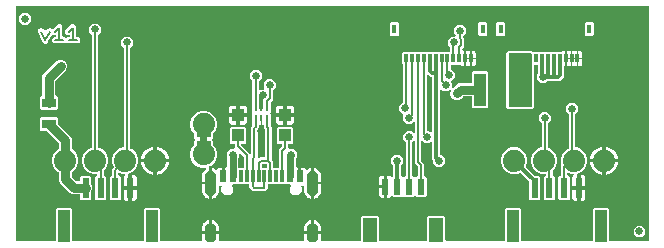
<source format=gtl>
G04 EAGLE Gerber RS-274X export*
G75*
%MOMM*%
%FSLAX34Y34*%
%LPD*%
%INTop Copper*%
%IPPOS*%
%AMOC8*
5,1,8,0,0,1.08239X$1,22.5*%
G01*
%ADD10C,0.203200*%
%ADD11C,0.635000*%
%ADD12R,1.200000X2.000000*%
%ADD13R,0.600000X1.350000*%
%ADD14R,1.000000X1.100000*%
%ADD15R,0.300000X1.000000*%
%ADD16R,0.600000X1.000000*%
%ADD17C,0.755600*%
%ADD18R,0.250000X0.610000*%
%ADD19R,0.250000X0.560000*%
%ADD20R,0.600000X1.700000*%
%ADD21R,1.000000X2.700000*%
%ADD22C,1.879600*%
%ADD23R,1.270000X0.635000*%
%ADD24R,1.200000X0.800000*%
%ADD25R,1.000000X2.800000*%
%ADD26R,0.300000X0.800000*%
%ADD27R,0.400000X0.800000*%
%ADD28C,0.304800*%
%ADD29C,0.655600*%
%ADD30C,0.177800*%
%ADD31C,0.609600*%
%ADD32C,0.558800*%
%ADD33C,0.762000*%

G36*
X254298Y1126D02*
X254298Y1126D01*
X254304Y1132D01*
X254309Y1129D01*
X255366Y1499D01*
X255370Y1506D01*
X255376Y1503D01*
X256324Y2099D01*
X256327Y2107D01*
X256332Y2106D01*
X257124Y2898D01*
X257125Y2906D01*
X257131Y2906D01*
X257727Y3854D01*
X257726Y3863D01*
X257731Y3864D01*
X258101Y4921D01*
X258100Y4925D01*
X258102Y4927D01*
X258100Y4930D01*
X258104Y4932D01*
X258229Y6045D01*
X258227Y6048D01*
X258229Y6050D01*
X258229Y8051D01*
X260771Y8051D01*
X260771Y5302D01*
X260479Y3836D01*
X260166Y3081D01*
X260156Y3037D01*
X260137Y2995D01*
X260128Y2918D01*
X260110Y2842D01*
X260115Y2796D01*
X260110Y2751D01*
X260126Y2674D01*
X260133Y2597D01*
X260152Y2555D01*
X260162Y2510D01*
X260202Y2443D01*
X260233Y2372D01*
X260264Y2338D01*
X260288Y2299D01*
X260347Y2248D01*
X260400Y2191D01*
X260440Y2169D01*
X260475Y2139D01*
X260547Y2110D01*
X260615Y2073D01*
X260660Y2064D01*
X260703Y2047D01*
X260839Y2032D01*
X260857Y2029D01*
X260862Y2030D01*
X260870Y2029D01*
X293460Y2029D01*
X293480Y2032D01*
X293499Y2030D01*
X293601Y2052D01*
X293703Y2068D01*
X293720Y2078D01*
X293740Y2082D01*
X293829Y2135D01*
X293920Y2184D01*
X293934Y2198D01*
X293951Y2208D01*
X294018Y2287D01*
X294090Y2362D01*
X294098Y2380D01*
X294111Y2395D01*
X294150Y2491D01*
X294193Y2585D01*
X294195Y2605D01*
X294203Y2623D01*
X294221Y2790D01*
X294221Y21987D01*
X295263Y23029D01*
X308737Y23029D01*
X309779Y21987D01*
X309779Y2790D01*
X309782Y2770D01*
X309780Y2751D01*
X309802Y2649D01*
X309818Y2547D01*
X309828Y2530D01*
X309832Y2510D01*
X309885Y2421D01*
X309934Y2330D01*
X309948Y2316D01*
X309958Y2299D01*
X310037Y2232D01*
X310112Y2160D01*
X310130Y2152D01*
X310145Y2139D01*
X310241Y2100D01*
X310335Y2057D01*
X310355Y2055D01*
X310373Y2047D01*
X310540Y2029D01*
X349460Y2029D01*
X349480Y2032D01*
X349499Y2030D01*
X349601Y2052D01*
X349703Y2068D01*
X349720Y2078D01*
X349740Y2082D01*
X349829Y2135D01*
X349920Y2184D01*
X349934Y2198D01*
X349951Y2208D01*
X350018Y2287D01*
X350090Y2362D01*
X350098Y2380D01*
X350111Y2395D01*
X350150Y2491D01*
X350193Y2585D01*
X350195Y2605D01*
X350203Y2623D01*
X350221Y2790D01*
X350221Y21987D01*
X351263Y23029D01*
X364737Y23029D01*
X365779Y21987D01*
X365779Y2790D01*
X365782Y2770D01*
X365780Y2751D01*
X365802Y2649D01*
X365818Y2547D01*
X365828Y2530D01*
X365832Y2510D01*
X365885Y2421D01*
X365934Y2330D01*
X365948Y2316D01*
X365958Y2299D01*
X366037Y2232D01*
X366112Y2160D01*
X366130Y2152D01*
X366145Y2139D01*
X366241Y2100D01*
X366335Y2057D01*
X366355Y2055D01*
X366373Y2047D01*
X366540Y2029D01*
X415210Y2029D01*
X415230Y2032D01*
X415249Y2030D01*
X415351Y2052D01*
X415453Y2068D01*
X415470Y2078D01*
X415490Y2082D01*
X415579Y2135D01*
X415670Y2184D01*
X415684Y2198D01*
X415701Y2208D01*
X415768Y2287D01*
X415840Y2362D01*
X415848Y2380D01*
X415861Y2395D01*
X415900Y2491D01*
X415943Y2585D01*
X415945Y2605D01*
X415953Y2623D01*
X415971Y2790D01*
X415971Y29237D01*
X417013Y30279D01*
X428487Y30279D01*
X429529Y29237D01*
X429529Y2790D01*
X429532Y2770D01*
X429530Y2751D01*
X429552Y2649D01*
X429568Y2547D01*
X429578Y2530D01*
X429582Y2510D01*
X429635Y2421D01*
X429684Y2330D01*
X429698Y2316D01*
X429708Y2299D01*
X429787Y2232D01*
X429862Y2160D01*
X429880Y2152D01*
X429895Y2139D01*
X429991Y2100D01*
X430085Y2057D01*
X430105Y2055D01*
X430123Y2047D01*
X430290Y2029D01*
X489710Y2029D01*
X489730Y2032D01*
X489749Y2030D01*
X489851Y2052D01*
X489953Y2068D01*
X489970Y2078D01*
X489990Y2082D01*
X490079Y2135D01*
X490170Y2184D01*
X490184Y2198D01*
X490201Y2208D01*
X490268Y2287D01*
X490340Y2362D01*
X490348Y2380D01*
X490361Y2395D01*
X490400Y2491D01*
X490443Y2585D01*
X490445Y2605D01*
X490453Y2623D01*
X490471Y2790D01*
X490471Y29237D01*
X491513Y30279D01*
X502987Y30279D01*
X504029Y29237D01*
X504029Y2790D01*
X504032Y2770D01*
X504030Y2751D01*
X504052Y2649D01*
X504068Y2547D01*
X504078Y2530D01*
X504082Y2510D01*
X504135Y2421D01*
X504184Y2330D01*
X504198Y2316D01*
X504208Y2299D01*
X504287Y2232D01*
X504362Y2160D01*
X504380Y2152D01*
X504395Y2139D01*
X504491Y2100D01*
X504585Y2057D01*
X504605Y2055D01*
X504623Y2047D01*
X504790Y2029D01*
X537210Y2029D01*
X537230Y2032D01*
X537249Y2030D01*
X537351Y2052D01*
X537453Y2068D01*
X537470Y2078D01*
X537490Y2082D01*
X537579Y2135D01*
X537670Y2184D01*
X537684Y2198D01*
X537701Y2208D01*
X537768Y2287D01*
X537840Y2362D01*
X537848Y2380D01*
X537861Y2395D01*
X537900Y2491D01*
X537943Y2585D01*
X537945Y2605D01*
X537953Y2623D01*
X537971Y2790D01*
X537971Y200000D01*
X537968Y200020D01*
X537970Y200039D01*
X537948Y200141D01*
X537932Y200243D01*
X537922Y200260D01*
X537918Y200280D01*
X537865Y200369D01*
X537816Y200460D01*
X537802Y200474D01*
X537792Y200491D01*
X537713Y200558D01*
X537638Y200630D01*
X537620Y200638D01*
X537605Y200651D01*
X537509Y200690D01*
X537415Y200733D01*
X537395Y200735D01*
X537377Y200743D01*
X537210Y200761D01*
X2790Y200761D01*
X2770Y200758D01*
X2751Y200760D01*
X2649Y200738D01*
X2547Y200722D01*
X2530Y200712D01*
X2510Y200708D01*
X2421Y200655D01*
X2330Y200606D01*
X2316Y200592D01*
X2299Y200582D01*
X2232Y200503D01*
X2160Y200428D01*
X2152Y200410D01*
X2139Y200395D01*
X2100Y200299D01*
X2057Y200205D01*
X2055Y200185D01*
X2047Y200167D01*
X2029Y200000D01*
X2029Y2790D01*
X2032Y2770D01*
X2030Y2751D01*
X2052Y2649D01*
X2068Y2547D01*
X2078Y2530D01*
X2082Y2510D01*
X2135Y2421D01*
X2184Y2330D01*
X2198Y2316D01*
X2208Y2299D01*
X2287Y2232D01*
X2362Y2160D01*
X2380Y2152D01*
X2395Y2139D01*
X2491Y2100D01*
X2585Y2057D01*
X2605Y2055D01*
X2623Y2047D01*
X2790Y2029D01*
X35210Y2029D01*
X35230Y2032D01*
X35249Y2030D01*
X35351Y2052D01*
X35453Y2068D01*
X35470Y2078D01*
X35490Y2082D01*
X35579Y2135D01*
X35670Y2184D01*
X35684Y2198D01*
X35701Y2208D01*
X35768Y2287D01*
X35840Y2362D01*
X35848Y2380D01*
X35861Y2395D01*
X35900Y2491D01*
X35943Y2585D01*
X35945Y2605D01*
X35953Y2623D01*
X35971Y2790D01*
X35971Y29237D01*
X37013Y30279D01*
X48487Y30279D01*
X49529Y29237D01*
X49529Y2790D01*
X49532Y2770D01*
X49530Y2751D01*
X49552Y2649D01*
X49568Y2547D01*
X49578Y2530D01*
X49582Y2510D01*
X49635Y2421D01*
X49684Y2330D01*
X49698Y2316D01*
X49708Y2299D01*
X49787Y2232D01*
X49862Y2160D01*
X49880Y2152D01*
X49895Y2139D01*
X49991Y2100D01*
X50085Y2057D01*
X50105Y2055D01*
X50123Y2047D01*
X50290Y2029D01*
X109710Y2029D01*
X109730Y2032D01*
X109749Y2030D01*
X109851Y2052D01*
X109953Y2068D01*
X109970Y2078D01*
X109990Y2082D01*
X110079Y2135D01*
X110170Y2184D01*
X110184Y2198D01*
X110201Y2208D01*
X110268Y2287D01*
X110340Y2362D01*
X110348Y2380D01*
X110361Y2395D01*
X110400Y2491D01*
X110443Y2585D01*
X110445Y2605D01*
X110453Y2623D01*
X110471Y2790D01*
X110471Y29237D01*
X111513Y30279D01*
X122987Y30279D01*
X124029Y29237D01*
X124029Y2790D01*
X124032Y2770D01*
X124030Y2751D01*
X124052Y2649D01*
X124068Y2547D01*
X124078Y2530D01*
X124082Y2510D01*
X124135Y2421D01*
X124184Y2330D01*
X124198Y2316D01*
X124208Y2299D01*
X124287Y2232D01*
X124362Y2160D01*
X124380Y2152D01*
X124395Y2139D01*
X124491Y2100D01*
X124585Y2057D01*
X124605Y2055D01*
X124623Y2047D01*
X124790Y2029D01*
X159130Y2029D01*
X159175Y2036D01*
X159221Y2034D01*
X159296Y2056D01*
X159373Y2068D01*
X159413Y2090D01*
X159458Y2103D01*
X159522Y2147D01*
X159590Y2184D01*
X159622Y2217D01*
X159660Y2243D01*
X159706Y2305D01*
X159760Y2362D01*
X159779Y2404D01*
X159806Y2440D01*
X159831Y2514D01*
X159863Y2585D01*
X159868Y2631D01*
X159883Y2674D01*
X159882Y2752D01*
X159890Y2829D01*
X159881Y2874D01*
X159880Y2920D01*
X159842Y3052D01*
X159838Y3070D01*
X159836Y3074D01*
X159834Y3081D01*
X159521Y3836D01*
X159229Y5302D01*
X159229Y8051D01*
X161771Y8051D01*
X161771Y6050D01*
X161773Y6047D01*
X161771Y6045D01*
X161896Y4932D01*
X161902Y4926D01*
X161899Y4921D01*
X162269Y3864D01*
X162276Y3860D01*
X162273Y3854D01*
X162869Y2906D01*
X162877Y2903D01*
X162876Y2898D01*
X163668Y2106D01*
X163676Y2105D01*
X163676Y2099D01*
X164624Y1503D01*
X164633Y1504D01*
X164634Y1499D01*
X165691Y1129D01*
X165699Y1131D01*
X165702Y1126D01*
X166815Y1001D01*
X166822Y1005D01*
X166826Y1001D01*
X167938Y1126D01*
X167944Y1132D01*
X167949Y1129D01*
X169006Y1499D01*
X169010Y1506D01*
X169016Y1503D01*
X169964Y2099D01*
X169967Y2107D01*
X169972Y2106D01*
X170764Y2898D01*
X170765Y2906D01*
X170771Y2906D01*
X171367Y3854D01*
X171366Y3863D01*
X171371Y3864D01*
X171741Y4921D01*
X171740Y4925D01*
X171742Y4927D01*
X171740Y4930D01*
X171744Y4932D01*
X171869Y6045D01*
X171867Y6048D01*
X171869Y6050D01*
X171869Y8051D01*
X174411Y8051D01*
X174411Y5302D01*
X174119Y3836D01*
X173806Y3081D01*
X173796Y3037D01*
X173777Y2995D01*
X173768Y2918D01*
X173750Y2842D01*
X173755Y2796D01*
X173750Y2751D01*
X173766Y2674D01*
X173773Y2597D01*
X173792Y2555D01*
X173802Y2510D01*
X173842Y2443D01*
X173873Y2372D01*
X173904Y2338D01*
X173928Y2299D01*
X173987Y2248D01*
X174040Y2191D01*
X174080Y2169D01*
X174115Y2139D01*
X174187Y2110D01*
X174255Y2073D01*
X174300Y2064D01*
X174343Y2047D01*
X174479Y2032D01*
X174497Y2029D01*
X174502Y2030D01*
X174510Y2029D01*
X245490Y2029D01*
X245535Y2036D01*
X245581Y2034D01*
X245656Y2056D01*
X245733Y2068D01*
X245773Y2090D01*
X245818Y2103D01*
X245882Y2147D01*
X245950Y2184D01*
X245982Y2217D01*
X246020Y2243D01*
X246066Y2306D01*
X246120Y2362D01*
X246139Y2404D01*
X246166Y2440D01*
X246191Y2514D01*
X246223Y2585D01*
X246228Y2631D01*
X246243Y2674D01*
X246242Y2752D01*
X246250Y2829D01*
X246241Y2874D01*
X246240Y2920D01*
X246202Y3051D01*
X246198Y3070D01*
X246196Y3074D01*
X246193Y3081D01*
X245881Y3836D01*
X245589Y5302D01*
X245589Y8051D01*
X248131Y8051D01*
X248131Y6050D01*
X248133Y6047D01*
X248131Y6045D01*
X248256Y4932D01*
X248262Y4926D01*
X248259Y4921D01*
X248629Y3864D01*
X248636Y3860D01*
X248633Y3854D01*
X249229Y2906D01*
X249237Y2903D01*
X249236Y2898D01*
X250028Y2106D01*
X250036Y2105D01*
X250036Y2099D01*
X250984Y1503D01*
X250993Y1504D01*
X250994Y1499D01*
X252051Y1129D01*
X252059Y1131D01*
X252062Y1126D01*
X253175Y1001D01*
X253182Y1005D01*
X253186Y1001D01*
X254298Y1126D01*
G37*
%LPC*%
G36*
X316499Y38709D02*
X316499Y38709D01*
X316499Y47262D01*
X316496Y47281D01*
X316498Y47301D01*
X316476Y47403D01*
X316460Y47505D01*
X316450Y47522D01*
X316446Y47542D01*
X316393Y47631D01*
X316344Y47722D01*
X316330Y47736D01*
X316320Y47753D01*
X316241Y47820D01*
X316166Y47891D01*
X316148Y47900D01*
X316133Y47913D01*
X316037Y47951D01*
X315943Y47995D01*
X315923Y47997D01*
X315905Y48004D01*
X315981Y48017D01*
X315998Y48026D01*
X316018Y48030D01*
X316107Y48083D01*
X316198Y48132D01*
X316212Y48146D01*
X316229Y48156D01*
X316296Y48235D01*
X316368Y48310D01*
X316376Y48328D01*
X316389Y48343D01*
X316428Y48440D01*
X316471Y48533D01*
X316473Y48553D01*
X316481Y48571D01*
X316499Y48738D01*
X316499Y57291D01*
X318334Y57291D01*
X318981Y57118D01*
X319560Y56783D01*
X320000Y56343D01*
X320017Y56331D01*
X320029Y56315D01*
X320116Y56259D01*
X320200Y56199D01*
X320219Y56193D01*
X320236Y56182D01*
X320336Y56157D01*
X320435Y56127D01*
X320455Y56127D01*
X320475Y56122D01*
X320578Y56130D01*
X320681Y56133D01*
X320700Y56140D01*
X320720Y56141D01*
X320815Y56182D01*
X320912Y56218D01*
X320928Y56230D01*
X320946Y56238D01*
X321077Y56343D01*
X321474Y56740D01*
X321527Y56814D01*
X321587Y56883D01*
X321599Y56913D01*
X321618Y56940D01*
X321645Y57027D01*
X321679Y57111D01*
X321683Y57152D01*
X321690Y57175D01*
X321689Y57207D01*
X321697Y57278D01*
X321697Y65836D01*
X321683Y65926D01*
X321675Y66017D01*
X321663Y66047D01*
X321658Y66079D01*
X321615Y66160D01*
X321579Y66243D01*
X321553Y66276D01*
X321542Y66296D01*
X321519Y66318D01*
X321474Y66374D01*
X319943Y67905D01*
X319943Y72095D01*
X322905Y75057D01*
X327095Y75057D01*
X330057Y72095D01*
X330057Y67905D01*
X328526Y66374D01*
X328473Y66300D01*
X328413Y66231D01*
X328401Y66201D01*
X328382Y66175D01*
X328355Y66088D01*
X328321Y66003D01*
X328317Y65962D01*
X328310Y65940D01*
X328311Y65907D01*
X328303Y65836D01*
X328303Y57278D01*
X328317Y57188D01*
X328325Y57097D01*
X328337Y57067D01*
X328342Y57035D01*
X328385Y56955D01*
X328421Y56871D01*
X328447Y56839D01*
X328458Y56818D01*
X328481Y56796D01*
X328526Y56740D01*
X329462Y55804D01*
X329478Y55792D01*
X329490Y55777D01*
X329578Y55721D01*
X329661Y55660D01*
X329680Y55654D01*
X329697Y55644D01*
X329798Y55618D01*
X329897Y55588D01*
X329916Y55588D01*
X329936Y55584D01*
X330039Y55592D01*
X330142Y55594D01*
X330161Y55601D01*
X330181Y55603D01*
X330276Y55643D01*
X330373Y55679D01*
X330389Y55691D01*
X330407Y55699D01*
X330538Y55804D01*
X331263Y56529D01*
X331571Y56529D01*
X331591Y56532D01*
X331610Y56530D01*
X331712Y56552D01*
X331814Y56568D01*
X331831Y56578D01*
X331851Y56582D01*
X331940Y56635D01*
X332031Y56684D01*
X332045Y56698D01*
X332062Y56708D01*
X332129Y56787D01*
X332201Y56862D01*
X332209Y56880D01*
X332222Y56895D01*
X332261Y56991D01*
X332304Y57085D01*
X332306Y57105D01*
X332314Y57123D01*
X332332Y57290D01*
X332332Y85201D01*
X332318Y85291D01*
X332310Y85382D01*
X332298Y85412D01*
X332293Y85444D01*
X332250Y85525D01*
X332214Y85608D01*
X332188Y85641D01*
X332177Y85661D01*
X332154Y85683D01*
X332109Y85739D01*
X329943Y87905D01*
X329943Y92095D01*
X332905Y95057D01*
X337095Y95057D01*
X338533Y93619D01*
X338591Y93577D01*
X338643Y93527D01*
X338690Y93505D01*
X338732Y93475D01*
X338801Y93454D01*
X338866Y93424D01*
X338918Y93418D01*
X338968Y93403D01*
X339039Y93405D01*
X339110Y93397D01*
X339161Y93408D01*
X339213Y93409D01*
X339281Y93434D01*
X339351Y93449D01*
X339396Y93476D01*
X339444Y93493D01*
X339500Y93538D01*
X339562Y93575D01*
X339596Y93615D01*
X339636Y93647D01*
X339675Y93707D01*
X339722Y93762D01*
X339741Y93810D01*
X339769Y93854D01*
X339787Y93924D01*
X339814Y93990D01*
X339822Y94061D01*
X339830Y94093D01*
X339828Y94116D01*
X339832Y94157D01*
X339832Y101843D01*
X339821Y101914D01*
X339819Y101986D01*
X339801Y102035D01*
X339793Y102086D01*
X339759Y102149D01*
X339734Y102217D01*
X339702Y102257D01*
X339677Y102303D01*
X339625Y102353D01*
X339581Y102409D01*
X339537Y102437D01*
X339499Y102473D01*
X339434Y102503D01*
X339374Y102542D01*
X339323Y102554D01*
X339276Y102576D01*
X339205Y102584D01*
X339135Y102602D01*
X339083Y102598D01*
X339032Y102603D01*
X338961Y102588D01*
X338890Y102583D01*
X338842Y102562D01*
X338791Y102551D01*
X338730Y102514D01*
X338664Y102486D01*
X338608Y102441D01*
X338580Y102425D01*
X338565Y102407D01*
X338533Y102381D01*
X337095Y100943D01*
X332905Y100943D01*
X329943Y103905D01*
X329943Y108140D01*
X329970Y108177D01*
X329991Y108246D01*
X330021Y108311D01*
X330027Y108363D01*
X330042Y108412D01*
X330040Y108484D01*
X330048Y108555D01*
X330037Y108606D01*
X330036Y108658D01*
X330011Y108726D01*
X329996Y108796D01*
X329969Y108841D01*
X329952Y108889D01*
X329907Y108945D01*
X329870Y109007D01*
X329830Y109041D01*
X329798Y109081D01*
X329738Y109120D01*
X329683Y109167D01*
X329635Y109186D01*
X329591Y109214D01*
X329522Y109232D01*
X329495Y109243D01*
X326498Y112239D01*
X326498Y116429D01*
X329609Y119540D01*
X329662Y119614D01*
X329722Y119683D01*
X329734Y119713D01*
X329753Y119739D01*
X329780Y119826D01*
X329814Y119911D01*
X329818Y119952D01*
X329825Y119974D01*
X329824Y120007D01*
X329832Y120078D01*
X329832Y150837D01*
X329818Y150927D01*
X329810Y151018D01*
X329798Y151048D01*
X329793Y151080D01*
X329750Y151160D01*
X329714Y151244D01*
X329688Y151276D01*
X329677Y151297D01*
X329654Y151319D01*
X329609Y151375D01*
X329221Y151763D01*
X329221Y161237D01*
X330263Y162279D01*
X369071Y162279D01*
X369091Y162282D01*
X369110Y162280D01*
X369212Y162302D01*
X369314Y162318D01*
X369331Y162328D01*
X369351Y162332D01*
X369440Y162385D01*
X369531Y162434D01*
X369545Y162448D01*
X369562Y162458D01*
X369629Y162537D01*
X369701Y162612D01*
X369709Y162630D01*
X369722Y162645D01*
X369761Y162741D01*
X369804Y162835D01*
X369806Y162855D01*
X369814Y162873D01*
X369832Y163040D01*
X369832Y165701D01*
X369829Y165719D01*
X369831Y165737D01*
X369816Y165805D01*
X369810Y165882D01*
X369798Y165912D01*
X369793Y165944D01*
X369782Y165964D01*
X369779Y165977D01*
X369747Y166030D01*
X369714Y166108D01*
X369688Y166141D01*
X369677Y166161D01*
X369658Y166180D01*
X369653Y166188D01*
X369644Y166196D01*
X369609Y166239D01*
X367943Y167905D01*
X367943Y172095D01*
X370905Y175057D01*
X373954Y175057D01*
X374025Y175068D01*
X374097Y175070D01*
X374146Y175088D01*
X374197Y175096D01*
X374260Y175130D01*
X374328Y175155D01*
X374368Y175187D01*
X374414Y175212D01*
X374464Y175264D01*
X374520Y175308D01*
X374548Y175352D01*
X374584Y175390D01*
X374614Y175455D01*
X374653Y175515D01*
X374665Y175566D01*
X374687Y175613D01*
X374695Y175684D01*
X374713Y175754D01*
X374709Y175806D01*
X374714Y175857D01*
X374699Y175928D01*
X374694Y175999D01*
X374673Y176047D01*
X374662Y176098D01*
X374625Y176159D01*
X374597Y176225D01*
X374552Y176281D01*
X374536Y176309D01*
X374518Y176324D01*
X374492Y176356D01*
X372943Y177905D01*
X372943Y182095D01*
X375905Y185057D01*
X380095Y185057D01*
X383057Y182095D01*
X383057Y177905D01*
X380891Y175739D01*
X380838Y175665D01*
X380778Y175596D01*
X380766Y175566D01*
X380747Y175540D01*
X380720Y175453D01*
X380686Y175368D01*
X380682Y175327D01*
X380675Y175305D01*
X380676Y175272D01*
X380668Y175201D01*
X380668Y174828D01*
X380671Y174810D01*
X380669Y174793D01*
X380683Y174726D01*
X380690Y174647D01*
X380702Y174617D01*
X380707Y174585D01*
X380718Y174564D01*
X380721Y174553D01*
X380751Y174503D01*
X380786Y174421D01*
X380812Y174388D01*
X380823Y174368D01*
X380843Y174348D01*
X380847Y174342D01*
X380853Y174336D01*
X380891Y174290D01*
X381613Y173568D01*
X381613Y166432D01*
X380391Y165210D01*
X380338Y165137D01*
X380278Y165067D01*
X380266Y165037D01*
X380247Y165011D01*
X380220Y164924D01*
X380186Y164839D01*
X380182Y164798D01*
X380175Y164776D01*
X380176Y164743D01*
X380168Y164672D01*
X380168Y163802D01*
X380171Y163782D01*
X380169Y163763D01*
X380191Y163661D01*
X380207Y163559D01*
X380217Y163542D01*
X380221Y163522D01*
X380274Y163433D01*
X380323Y163342D01*
X380337Y163328D01*
X380347Y163311D01*
X380426Y163244D01*
X380501Y163172D01*
X380519Y163164D01*
X380534Y163151D01*
X380630Y163112D01*
X380724Y163069D01*
X380744Y163067D01*
X380762Y163059D01*
X380929Y163041D01*
X381739Y163041D01*
X381739Y156500D01*
X381739Y149959D01*
X380666Y149959D01*
X380019Y150132D01*
X379440Y150467D01*
X379409Y150498D01*
X379335Y150551D01*
X379265Y150611D01*
X379235Y150623D01*
X379209Y150642D01*
X379122Y150669D01*
X379037Y150703D01*
X378996Y150707D01*
X378974Y150714D01*
X378942Y150713D01*
X378870Y150721D01*
X370929Y150721D01*
X370909Y150718D01*
X370890Y150720D01*
X370788Y150698D01*
X370686Y150682D01*
X370669Y150672D01*
X370649Y150668D01*
X370560Y150615D01*
X370469Y150566D01*
X370455Y150552D01*
X370438Y150542D01*
X370371Y150463D01*
X370299Y150388D01*
X370291Y150370D01*
X370278Y150355D01*
X370239Y150259D01*
X370196Y150165D01*
X370194Y150145D01*
X370186Y150127D01*
X370168Y149960D01*
X370168Y148078D01*
X370182Y147988D01*
X370190Y147897D01*
X370202Y147867D01*
X370207Y147835D01*
X370250Y147754D01*
X370286Y147671D01*
X370312Y147638D01*
X370323Y147618D01*
X370346Y147596D01*
X370391Y147540D01*
X373502Y144429D01*
X373502Y140239D01*
X370745Y137483D01*
X370733Y137467D01*
X370718Y137454D01*
X370662Y137367D01*
X370602Y137283D01*
X370596Y137264D01*
X370585Y137247D01*
X370560Y137147D01*
X370529Y137048D01*
X370530Y137028D01*
X370525Y137009D01*
X370533Y136906D01*
X370536Y136802D01*
X370542Y136783D01*
X370544Y136763D01*
X370584Y136669D01*
X370620Y136571D01*
X370632Y136555D01*
X370640Y136537D01*
X370745Y136406D01*
X371057Y136095D01*
X371057Y132198D01*
X371060Y132180D01*
X371058Y132163D01*
X371069Y132113D01*
X371070Y132056D01*
X371088Y132007D01*
X371096Y131955D01*
X371107Y131935D01*
X371110Y131923D01*
X371133Y131885D01*
X371155Y131825D01*
X371187Y131784D01*
X371212Y131738D01*
X371232Y131719D01*
X371236Y131712D01*
X371265Y131687D01*
X371308Y131633D01*
X371352Y131605D01*
X371390Y131569D01*
X371419Y131555D01*
X371423Y131552D01*
X371450Y131541D01*
X371455Y131539D01*
X371515Y131500D01*
X371566Y131487D01*
X371613Y131465D01*
X371647Y131461D01*
X371651Y131460D01*
X371692Y131455D01*
X371754Y131440D01*
X371800Y131443D01*
X371818Y131441D01*
X371822Y131441D01*
X371825Y131442D01*
X371857Y131438D01*
X371928Y131453D01*
X371999Y131459D01*
X372042Y131477D01*
X372065Y131481D01*
X372072Y131485D01*
X372098Y131490D01*
X372159Y131527D01*
X372225Y131555D01*
X372265Y131587D01*
X372282Y131596D01*
X372292Y131606D01*
X372309Y131616D01*
X372324Y131634D01*
X372356Y131660D01*
X375434Y134738D01*
X377488Y135589D01*
X387460Y135589D01*
X387480Y135592D01*
X387499Y135590D01*
X387601Y135612D01*
X387703Y135628D01*
X387720Y135638D01*
X387740Y135642D01*
X387829Y135695D01*
X387920Y135744D01*
X387934Y135758D01*
X387951Y135768D01*
X388018Y135847D01*
X388090Y135922D01*
X388098Y135940D01*
X388111Y135955D01*
X388150Y136051D01*
X388193Y136145D01*
X388195Y136165D01*
X388203Y136183D01*
X388221Y136350D01*
X388221Y144737D01*
X389263Y145779D01*
X400737Y145779D01*
X401779Y144737D01*
X401779Y115263D01*
X400737Y114221D01*
X389263Y114221D01*
X388221Y115263D01*
X388221Y123650D01*
X388218Y123670D01*
X388220Y123689D01*
X388198Y123791D01*
X388182Y123893D01*
X388172Y123910D01*
X388168Y123930D01*
X388115Y124019D01*
X388066Y124110D01*
X388052Y124124D01*
X388042Y124141D01*
X387963Y124208D01*
X387888Y124280D01*
X387870Y124288D01*
X387855Y124301D01*
X387759Y124340D01*
X387665Y124383D01*
X387645Y124385D01*
X387627Y124393D01*
X387460Y124411D01*
X381230Y124411D01*
X381140Y124397D01*
X381049Y124389D01*
X381019Y124377D01*
X380988Y124372D01*
X380907Y124329D01*
X380823Y124293D01*
X380791Y124267D01*
X380770Y124256D01*
X380748Y124233D01*
X380692Y124188D01*
X378766Y122262D01*
X376712Y121411D01*
X374488Y121411D01*
X372434Y122262D01*
X370862Y123834D01*
X370011Y125888D01*
X370011Y128112D01*
X370490Y129268D01*
X370512Y129362D01*
X370541Y129455D01*
X370540Y129482D01*
X370546Y129507D01*
X370537Y129604D01*
X370535Y129701D01*
X370526Y129726D01*
X370523Y129752D01*
X370484Y129841D01*
X370450Y129932D01*
X370434Y129953D01*
X370423Y129977D01*
X370357Y130048D01*
X370296Y130124D01*
X370274Y130139D01*
X370257Y130158D01*
X370172Y130205D01*
X370090Y130257D01*
X370064Y130264D01*
X370041Y130276D01*
X369945Y130294D01*
X369851Y130317D01*
X369825Y130315D01*
X369799Y130320D01*
X369703Y130306D01*
X369606Y130298D01*
X369582Y130288D01*
X369556Y130284D01*
X369469Y130240D01*
X369379Y130202D01*
X369354Y130182D01*
X369337Y130173D01*
X369314Y130149D01*
X369249Y130097D01*
X368095Y128943D01*
X363905Y128943D01*
X362102Y130746D01*
X362044Y130788D01*
X361992Y130838D01*
X361945Y130860D01*
X361903Y130890D01*
X361834Y130911D01*
X361769Y130941D01*
X361717Y130947D01*
X361667Y130962D01*
X361596Y130960D01*
X361525Y130968D01*
X361474Y130957D01*
X361422Y130956D01*
X361354Y130931D01*
X361284Y130916D01*
X361239Y130889D01*
X361191Y130872D01*
X361135Y130827D01*
X361073Y130790D01*
X361039Y130750D01*
X360999Y130718D01*
X360960Y130658D01*
X360913Y130603D01*
X360894Y130555D01*
X360866Y130511D01*
X360848Y130441D01*
X360821Y130375D01*
X360813Y130304D01*
X360805Y130272D01*
X360807Y130249D01*
X360803Y130208D01*
X360803Y75818D01*
X360806Y75798D01*
X360804Y75779D01*
X360826Y75677D01*
X360842Y75575D01*
X360852Y75558D01*
X360856Y75538D01*
X360909Y75449D01*
X360958Y75358D01*
X360972Y75344D01*
X360982Y75327D01*
X361061Y75260D01*
X361136Y75188D01*
X361154Y75180D01*
X361169Y75167D01*
X361265Y75128D01*
X361359Y75085D01*
X361379Y75083D01*
X361397Y75075D01*
X361564Y75057D01*
X362095Y75057D01*
X365057Y72095D01*
X365057Y67905D01*
X362095Y64943D01*
X357905Y64943D01*
X354943Y67905D01*
X354943Y70071D01*
X354929Y70161D01*
X354921Y70252D01*
X354909Y70281D01*
X354904Y70313D01*
X354861Y70394D01*
X354825Y70478D01*
X354799Y70510D01*
X354788Y70531D01*
X354765Y70553D01*
X354720Y70609D01*
X354197Y71132D01*
X354197Y85208D01*
X354186Y85279D01*
X354184Y85351D01*
X354166Y85400D01*
X354158Y85451D01*
X354124Y85514D01*
X354099Y85582D01*
X354067Y85622D01*
X354042Y85668D01*
X353990Y85718D01*
X353946Y85774D01*
X353902Y85802D01*
X353864Y85838D01*
X353799Y85868D01*
X353739Y85907D01*
X353688Y85919D01*
X353641Y85941D01*
X353570Y85949D01*
X353500Y85967D01*
X353448Y85963D01*
X353397Y85968D01*
X353326Y85953D01*
X353255Y85948D01*
X353207Y85927D01*
X353156Y85916D01*
X353095Y85879D01*
X353029Y85851D01*
X352973Y85806D01*
X352945Y85790D01*
X352930Y85772D01*
X352898Y85746D01*
X352095Y84943D01*
X347905Y84943D01*
X346467Y86381D01*
X346409Y86423D01*
X346357Y86473D01*
X346310Y86495D01*
X346268Y86525D01*
X346199Y86546D01*
X346134Y86576D01*
X346082Y86582D01*
X346032Y86597D01*
X345961Y86595D01*
X345890Y86603D01*
X345839Y86592D01*
X345787Y86591D01*
X345719Y86566D01*
X345649Y86551D01*
X345604Y86524D01*
X345556Y86507D01*
X345500Y86462D01*
X345438Y86425D01*
X345404Y86385D01*
X345364Y86353D01*
X345325Y86293D01*
X345278Y86238D01*
X345259Y86190D01*
X345231Y86146D01*
X345213Y86076D01*
X345186Y86010D01*
X345178Y85939D01*
X345170Y85907D01*
X345172Y85884D01*
X345168Y85843D01*
X345168Y69920D01*
X345182Y69830D01*
X345190Y69739D01*
X345202Y69710D01*
X345207Y69678D01*
X345250Y69597D01*
X345286Y69513D01*
X345312Y69481D01*
X345323Y69460D01*
X345346Y69438D01*
X345391Y69382D01*
X347668Y67105D01*
X347668Y57290D01*
X347671Y57270D01*
X347669Y57251D01*
X347691Y57149D01*
X347707Y57047D01*
X347717Y57030D01*
X347721Y57010D01*
X347774Y56921D01*
X347823Y56830D01*
X347837Y56816D01*
X347847Y56799D01*
X347926Y56732D01*
X348001Y56660D01*
X348019Y56652D01*
X348034Y56639D01*
X348130Y56600D01*
X348224Y56557D01*
X348244Y56555D01*
X348262Y56547D01*
X348429Y56529D01*
X348737Y56529D01*
X349779Y55487D01*
X349779Y40513D01*
X348737Y39471D01*
X341263Y39471D01*
X340538Y40196D01*
X340522Y40208D01*
X340510Y40223D01*
X340422Y40279D01*
X340339Y40340D01*
X340320Y40346D01*
X340303Y40356D01*
X340202Y40382D01*
X340103Y40412D01*
X340084Y40412D01*
X340064Y40416D01*
X339961Y40408D01*
X339858Y40406D01*
X339839Y40399D01*
X339819Y40397D01*
X339724Y40357D01*
X339627Y40321D01*
X339611Y40309D01*
X339593Y40301D01*
X339462Y40196D01*
X338737Y39471D01*
X331263Y39471D01*
X330538Y40196D01*
X330522Y40208D01*
X330510Y40223D01*
X330422Y40279D01*
X330339Y40340D01*
X330320Y40346D01*
X330303Y40356D01*
X330202Y40382D01*
X330103Y40412D01*
X330084Y40412D01*
X330064Y40416D01*
X329961Y40408D01*
X329858Y40406D01*
X329839Y40399D01*
X329819Y40397D01*
X329724Y40357D01*
X329627Y40321D01*
X329611Y40309D01*
X329593Y40301D01*
X329462Y40196D01*
X328737Y39471D01*
X321263Y39471D01*
X321077Y39657D01*
X321061Y39669D01*
X321048Y39685D01*
X320961Y39741D01*
X320877Y39801D01*
X320858Y39807D01*
X320842Y39818D01*
X320741Y39843D01*
X320642Y39873D01*
X320622Y39873D01*
X320603Y39878D01*
X320500Y39870D01*
X320396Y39867D01*
X320378Y39860D01*
X320358Y39859D01*
X320263Y39818D01*
X320165Y39782D01*
X320150Y39770D01*
X320131Y39762D01*
X320000Y39657D01*
X319560Y39217D01*
X318981Y38882D01*
X318334Y38709D01*
X316499Y38709D01*
G37*
%LPD*%
%LPC*%
G36*
X250966Y38051D02*
X250966Y38051D01*
X250194Y38371D01*
X249584Y38623D01*
X248785Y39157D01*
X248341Y39454D01*
X247284Y40511D01*
X246453Y41754D01*
X245881Y43136D01*
X245589Y44602D01*
X245589Y48298D01*
X245586Y48318D01*
X245588Y48337D01*
X245566Y48439D01*
X245549Y48541D01*
X245540Y48558D01*
X245536Y48578D01*
X245483Y48667D01*
X245434Y48758D01*
X245420Y48772D01*
X245410Y48789D01*
X245331Y48856D01*
X245256Y48928D01*
X245238Y48936D01*
X245223Y48949D01*
X245127Y48988D01*
X245033Y49031D01*
X245013Y49033D01*
X244995Y49041D01*
X244828Y49059D01*
X244340Y49059D01*
X244270Y49048D01*
X244198Y49046D01*
X244149Y49028D01*
X244097Y49020D01*
X244034Y48986D01*
X243967Y48961D01*
X243926Y48929D01*
X243880Y48904D01*
X243831Y48853D01*
X243775Y48808D01*
X243747Y48764D01*
X243711Y48726D01*
X243681Y48661D01*
X243642Y48601D01*
X243629Y48550D01*
X243607Y48503D01*
X243599Y48432D01*
X243582Y48362D01*
X243586Y48310D01*
X243580Y48259D01*
X243595Y48188D01*
X243601Y48117D01*
X243621Y48069D01*
X243632Y48018D01*
X243669Y47957D01*
X243697Y47891D01*
X243742Y47835D01*
X243758Y47807D01*
X243776Y47792D01*
X243802Y47760D01*
X243929Y47633D01*
X243929Y43467D01*
X240983Y40521D01*
X236817Y40521D01*
X233871Y43467D01*
X233871Y47633D01*
X234760Y48522D01*
X234802Y48580D01*
X234851Y48632D01*
X234873Y48679D01*
X234904Y48721D01*
X234925Y48790D01*
X234955Y48855D01*
X234961Y48907D01*
X234976Y48957D01*
X234974Y49028D01*
X234982Y49099D01*
X234971Y49150D01*
X234970Y49202D01*
X234945Y49270D01*
X234930Y49340D01*
X234903Y49385D01*
X234885Y49433D01*
X234840Y49489D01*
X234804Y49551D01*
X234764Y49585D01*
X234731Y49625D01*
X234671Y49664D01*
X234617Y49711D01*
X234568Y49730D01*
X234525Y49758D01*
X234455Y49776D01*
X234388Y49803D01*
X234317Y49811D01*
X234286Y49819D01*
X234263Y49817D01*
X234222Y49821D01*
X230761Y49821D01*
X230760Y49823D01*
X230678Y49876D01*
X230677Y49877D01*
X230675Y49878D01*
X230673Y49879D01*
X230589Y49940D01*
X230570Y49946D01*
X230553Y49956D01*
X230453Y49982D01*
X230354Y50012D01*
X230334Y50012D01*
X230314Y50016D01*
X230211Y50008D01*
X230108Y50006D01*
X230089Y49999D01*
X230069Y49997D01*
X229974Y49957D01*
X229877Y49921D01*
X229861Y49909D01*
X229843Y49901D01*
X229743Y49821D01*
X215929Y49821D01*
X215909Y49818D01*
X215890Y49820D01*
X215788Y49798D01*
X215686Y49782D01*
X215669Y49772D01*
X215649Y49768D01*
X215560Y49715D01*
X215469Y49666D01*
X215455Y49652D01*
X215438Y49642D01*
X215371Y49563D01*
X215299Y49488D01*
X215291Y49470D01*
X215278Y49455D01*
X215239Y49359D01*
X215196Y49265D01*
X215194Y49245D01*
X215186Y49227D01*
X215168Y49060D01*
X215168Y46395D01*
X213105Y44332D01*
X202895Y44332D01*
X199832Y47395D01*
X199832Y49060D01*
X199829Y49080D01*
X199831Y49099D01*
X199809Y49201D01*
X199793Y49303D01*
X199783Y49320D01*
X199779Y49340D01*
X199726Y49429D01*
X199677Y49520D01*
X199663Y49534D01*
X199653Y49551D01*
X199574Y49618D01*
X199499Y49690D01*
X199481Y49698D01*
X199466Y49711D01*
X199370Y49750D01*
X199276Y49793D01*
X199256Y49795D01*
X199238Y49803D01*
X199071Y49821D01*
X190261Y49821D01*
X190260Y49823D01*
X190178Y49876D01*
X190177Y49877D01*
X190175Y49878D01*
X190172Y49880D01*
X190089Y49940D01*
X190070Y49946D01*
X190053Y49956D01*
X189952Y49982D01*
X189853Y50012D01*
X189833Y50012D01*
X189814Y50016D01*
X189711Y50008D01*
X189608Y50006D01*
X189589Y49999D01*
X189569Y49997D01*
X189474Y49957D01*
X189377Y49921D01*
X189361Y49909D01*
X189343Y49901D01*
X189243Y49821D01*
X185778Y49821D01*
X185708Y49810D01*
X185636Y49808D01*
X185587Y49790D01*
X185535Y49782D01*
X185472Y49748D01*
X185405Y49723D01*
X185364Y49691D01*
X185318Y49666D01*
X185269Y49614D01*
X185213Y49570D01*
X185185Y49526D01*
X185149Y49488D01*
X185119Y49423D01*
X185080Y49363D01*
X185067Y49312D01*
X185045Y49265D01*
X185037Y49194D01*
X185020Y49124D01*
X185024Y49072D01*
X185018Y49021D01*
X185033Y48950D01*
X185039Y48879D01*
X185059Y48831D01*
X185070Y48780D01*
X185107Y48719D01*
X185135Y48653D01*
X185180Y48597D01*
X185196Y48569D01*
X185214Y48554D01*
X185240Y48522D01*
X186129Y47633D01*
X186129Y43467D01*
X183183Y40521D01*
X179017Y40521D01*
X176071Y43467D01*
X176071Y47633D01*
X176198Y47760D01*
X176240Y47818D01*
X176289Y47870D01*
X176311Y47917D01*
X176342Y47959D01*
X176363Y48028D01*
X176393Y48093D01*
X176399Y48145D01*
X176414Y48195D01*
X176412Y48266D01*
X176420Y48337D01*
X176409Y48388D01*
X176408Y48440D01*
X176383Y48508D01*
X176368Y48578D01*
X176341Y48623D01*
X176323Y48671D01*
X176278Y48727D01*
X176242Y48789D01*
X176202Y48823D01*
X176169Y48863D01*
X176109Y48902D01*
X176055Y48949D01*
X176006Y48968D01*
X175963Y48996D01*
X175893Y49014D01*
X175826Y49041D01*
X175755Y49049D01*
X175724Y49057D01*
X175701Y49055D01*
X175660Y49059D01*
X175172Y49059D01*
X175152Y49056D01*
X175133Y49058D01*
X175031Y49036D01*
X174929Y49020D01*
X174912Y49010D01*
X174892Y49006D01*
X174803Y48953D01*
X174712Y48904D01*
X174698Y48890D01*
X174681Y48880D01*
X174614Y48801D01*
X174542Y48726D01*
X174534Y48708D01*
X174521Y48693D01*
X174482Y48597D01*
X174439Y48503D01*
X174437Y48483D01*
X174429Y48465D01*
X174411Y48298D01*
X174411Y44602D01*
X174119Y43136D01*
X173617Y41924D01*
X173547Y41754D01*
X172783Y40611D01*
X172716Y40511D01*
X171659Y39454D01*
X170416Y38623D01*
X169034Y38051D01*
X167819Y37809D01*
X167819Y40413D01*
X167938Y40426D01*
X167944Y40432D01*
X167949Y40429D01*
X169006Y40799D01*
X169010Y40806D01*
X169016Y40803D01*
X169964Y41399D01*
X169967Y41407D01*
X169972Y41406D01*
X170764Y42198D01*
X170765Y42206D01*
X170771Y42206D01*
X171367Y43154D01*
X171366Y43163D01*
X171371Y43164D01*
X171741Y44221D01*
X171740Y44225D01*
X171742Y44227D01*
X171740Y44230D01*
X171744Y44232D01*
X171869Y45345D01*
X171867Y45348D01*
X171869Y45350D01*
X171869Y56350D01*
X171867Y56353D01*
X171869Y56356D01*
X171744Y57468D01*
X171738Y57474D01*
X171741Y57479D01*
X171371Y58536D01*
X171365Y58540D01*
X171367Y58546D01*
X170771Y59494D01*
X170763Y59497D01*
X170764Y59502D01*
X169972Y60294D01*
X169964Y60295D01*
X169964Y60301D01*
X169016Y60897D01*
X169007Y60896D01*
X169006Y60901D01*
X167949Y61271D01*
X167941Y61269D01*
X167938Y61274D01*
X167819Y61287D01*
X167819Y63891D01*
X169034Y63649D01*
X170416Y63077D01*
X171366Y62442D01*
X171407Y62423D01*
X171443Y62397D01*
X171518Y62373D01*
X171590Y62340D01*
X171634Y62335D01*
X171677Y62322D01*
X171756Y62323D01*
X171834Y62315D01*
X171878Y62325D01*
X171923Y62326D01*
X171997Y62352D01*
X172074Y62369D01*
X172113Y62393D01*
X172155Y62407D01*
X172217Y62456D01*
X172284Y62497D01*
X172313Y62531D01*
X172349Y62559D01*
X172432Y62673D01*
X172443Y62685D01*
X172444Y62689D01*
X172448Y62694D01*
X172717Y63160D01*
X173190Y63633D01*
X173769Y63968D01*
X174416Y64141D01*
X176251Y64141D01*
X176251Y57338D01*
X176254Y57318D01*
X176252Y57299D01*
X176274Y57197D01*
X176290Y57095D01*
X176300Y57078D01*
X176304Y57058D01*
X176357Y56969D01*
X176406Y56878D01*
X176420Y56864D01*
X176430Y56847D01*
X176509Y56780D01*
X176584Y56709D01*
X176602Y56700D01*
X176617Y56687D01*
X176713Y56649D01*
X176807Y56605D01*
X176827Y56603D01*
X176845Y56595D01*
X177012Y56577D01*
X178488Y56577D01*
X178508Y56580D01*
X178527Y56578D01*
X178629Y56600D01*
X178731Y56617D01*
X178748Y56626D01*
X178768Y56630D01*
X178857Y56683D01*
X178948Y56732D01*
X178962Y56746D01*
X178979Y56756D01*
X179046Y56835D01*
X179118Y56910D01*
X179126Y56928D01*
X179139Y56943D01*
X179178Y57040D01*
X179221Y57133D01*
X179223Y57153D01*
X179231Y57171D01*
X179249Y57338D01*
X179249Y64141D01*
X179912Y64141D01*
X179932Y64144D01*
X179951Y64142D01*
X180053Y64164D01*
X180155Y64180D01*
X180172Y64190D01*
X180192Y64194D01*
X180281Y64247D01*
X180372Y64296D01*
X180386Y64310D01*
X180403Y64320D01*
X180470Y64399D01*
X180542Y64474D01*
X180550Y64492D01*
X180563Y64507D01*
X180602Y64603D01*
X180645Y64697D01*
X180647Y64717D01*
X180655Y64735D01*
X180673Y64902D01*
X180673Y76499D01*
X180720Y76546D01*
X180773Y76620D01*
X180833Y76690D01*
X180845Y76720D01*
X180864Y76746D01*
X180891Y76833D01*
X180925Y76918D01*
X180929Y76959D01*
X180936Y76981D01*
X180935Y77013D01*
X180943Y77085D01*
X180943Y77095D01*
X183905Y80057D01*
X186571Y80057D01*
X186591Y80060D01*
X186610Y80058D01*
X186712Y80080D01*
X186814Y80096D01*
X186831Y80106D01*
X186851Y80110D01*
X186940Y80163D01*
X187031Y80212D01*
X187045Y80226D01*
X187062Y80236D01*
X187129Y80315D01*
X187201Y80390D01*
X187209Y80408D01*
X187222Y80423D01*
X187261Y80519D01*
X187304Y80613D01*
X187306Y80633D01*
X187314Y80651D01*
X187332Y80818D01*
X187332Y83460D01*
X187329Y83480D01*
X187331Y83499D01*
X187309Y83601D01*
X187293Y83703D01*
X187283Y83720D01*
X187279Y83740D01*
X187226Y83829D01*
X187177Y83920D01*
X187163Y83934D01*
X187153Y83951D01*
X187074Y84018D01*
X186999Y84090D01*
X186981Y84098D01*
X186966Y84111D01*
X186870Y84150D01*
X186776Y84193D01*
X186756Y84195D01*
X186738Y84203D01*
X186571Y84221D01*
X184263Y84221D01*
X183221Y85263D01*
X183221Y97737D01*
X184263Y98779D01*
X195737Y98779D01*
X196779Y97737D01*
X196779Y85263D01*
X195737Y84221D01*
X193429Y84221D01*
X193409Y84218D01*
X193390Y84220D01*
X193288Y84198D01*
X193186Y84182D01*
X193169Y84172D01*
X193149Y84168D01*
X193060Y84115D01*
X192969Y84066D01*
X192955Y84052D01*
X192938Y84042D01*
X192871Y83963D01*
X192799Y83888D01*
X192791Y83870D01*
X192778Y83855D01*
X192739Y83759D01*
X192696Y83665D01*
X192694Y83645D01*
X192686Y83627D01*
X192668Y83460D01*
X192668Y83420D01*
X192682Y83330D01*
X192690Y83239D01*
X192702Y83210D01*
X192707Y83178D01*
X192750Y83097D01*
X192786Y83013D01*
X192812Y82981D01*
X192823Y82960D01*
X192846Y82938D01*
X192891Y82882D01*
X200088Y75685D01*
X200146Y75643D01*
X200198Y75594D01*
X200245Y75572D01*
X200287Y75541D01*
X200356Y75520D01*
X200421Y75490D01*
X200473Y75484D01*
X200523Y75469D01*
X200594Y75471D01*
X200665Y75463D01*
X200716Y75474D01*
X200768Y75475D01*
X200836Y75500D01*
X200906Y75515D01*
X200951Y75542D01*
X200999Y75560D01*
X201055Y75605D01*
X201117Y75641D01*
X201151Y75681D01*
X201191Y75714D01*
X201230Y75774D01*
X201277Y75828D01*
X201296Y75877D01*
X201324Y75921D01*
X201342Y75990D01*
X201369Y76057D01*
X201377Y76128D01*
X201385Y76159D01*
X201383Y76182D01*
X201387Y76223D01*
X201387Y98568D01*
X202109Y99290D01*
X202162Y99363D01*
X202222Y99433D01*
X202234Y99463D01*
X202253Y99489D01*
X202280Y99576D01*
X202314Y99661D01*
X202318Y99702D01*
X202325Y99724D01*
X202324Y99757D01*
X202332Y99828D01*
X202332Y101487D01*
X202318Y101577D01*
X202310Y101668D01*
X202298Y101698D01*
X202293Y101730D01*
X202250Y101810D01*
X202214Y101894D01*
X202188Y101926D01*
X202177Y101947D01*
X202154Y101969D01*
X202109Y102025D01*
X201971Y102163D01*
X201971Y109739D01*
X201973Y109740D01*
X202029Y109827D01*
X202090Y109911D01*
X202096Y109930D01*
X202106Y109947D01*
X202132Y110047D01*
X202162Y110146D01*
X202162Y110166D01*
X202166Y110186D01*
X202158Y110289D01*
X202156Y110392D01*
X202149Y110411D01*
X202147Y110431D01*
X202107Y110526D01*
X202071Y110623D01*
X202059Y110639D01*
X202051Y110657D01*
X201971Y110757D01*
X201971Y117837D01*
X202109Y117975D01*
X202153Y118036D01*
X202187Y118072D01*
X202194Y118085D01*
X202222Y118118D01*
X202234Y118148D01*
X202253Y118175D01*
X202280Y118262D01*
X202314Y118346D01*
X202318Y118387D01*
X202325Y118410D01*
X202324Y118442D01*
X202332Y118513D01*
X202332Y137201D01*
X202318Y137291D01*
X202310Y137382D01*
X202298Y137412D01*
X202293Y137444D01*
X202250Y137525D01*
X202214Y137608D01*
X202188Y137641D01*
X202177Y137661D01*
X202154Y137683D01*
X202109Y137739D01*
X199943Y139905D01*
X199943Y144095D01*
X202905Y147057D01*
X207095Y147057D01*
X210057Y144095D01*
X210057Y139905D01*
X207891Y137739D01*
X207838Y137665D01*
X207778Y137596D01*
X207766Y137566D01*
X207747Y137540D01*
X207720Y137453D01*
X207686Y137368D01*
X207682Y137327D01*
X207675Y137305D01*
X207676Y137272D01*
X207668Y137201D01*
X207668Y130846D01*
X207679Y130775D01*
X207681Y130703D01*
X207699Y130654D01*
X207707Y130603D01*
X207741Y130540D01*
X207766Y130472D01*
X207798Y130432D01*
X207823Y130386D01*
X207875Y130336D01*
X207919Y130280D01*
X207963Y130252D01*
X208001Y130216D01*
X208066Y130186D01*
X208126Y130147D01*
X208177Y130135D01*
X208224Y130113D01*
X208295Y130105D01*
X208365Y130087D01*
X208417Y130091D01*
X208468Y130086D01*
X208539Y130101D01*
X208610Y130106D01*
X208658Y130127D01*
X208709Y130138D01*
X208770Y130175D01*
X208808Y130191D01*
X211820Y130191D01*
X211891Y130202D01*
X211963Y130204D01*
X212012Y130222D01*
X212063Y130230D01*
X212126Y130264D01*
X212194Y130289D01*
X212234Y130321D01*
X212280Y130346D01*
X212330Y130397D01*
X212386Y130442D01*
X212414Y130486D01*
X212450Y130524D01*
X212480Y130589D01*
X212519Y130649D01*
X212531Y130700D01*
X212553Y130747D01*
X212561Y130818D01*
X212579Y130888D01*
X212575Y130940D01*
X212580Y130991D01*
X212565Y131062D01*
X212560Y131133D01*
X212539Y131181D01*
X212528Y131232D01*
X212491Y131293D01*
X212463Y131359D01*
X212418Y131415D01*
X212402Y131443D01*
X212384Y131458D01*
X212358Y131490D01*
X211943Y131905D01*
X211943Y136095D01*
X214905Y139057D01*
X219095Y139057D01*
X222057Y136095D01*
X222057Y131905D01*
X219781Y129629D01*
X219728Y129555D01*
X219668Y129486D01*
X219656Y129456D01*
X219637Y129430D01*
X219610Y129343D01*
X219576Y129258D01*
X219572Y129217D01*
X219565Y129195D01*
X219566Y129162D01*
X219558Y129091D01*
X219558Y121566D01*
X217891Y119899D01*
X217838Y119826D01*
X217778Y119756D01*
X217766Y119726D01*
X217747Y119700D01*
X217720Y119613D01*
X217686Y119528D01*
X217682Y119487D01*
X217675Y119465D01*
X217676Y119432D01*
X217668Y119361D01*
X217668Y118513D01*
X217682Y118423D01*
X217690Y118332D01*
X217702Y118302D01*
X217707Y118270D01*
X217750Y118190D01*
X217786Y118106D01*
X217812Y118074D01*
X217823Y118053D01*
X217846Y118031D01*
X217852Y118024D01*
X217860Y118009D01*
X217870Y118001D01*
X217891Y117975D01*
X218029Y117837D01*
X218029Y110763D01*
X217804Y110538D01*
X217792Y110522D01*
X217777Y110510D01*
X217720Y110422D01*
X217660Y110339D01*
X217654Y110320D01*
X217644Y110303D01*
X217618Y110202D01*
X217588Y110103D01*
X217588Y110083D01*
X217584Y110064D01*
X217592Y109961D01*
X217594Y109858D01*
X217601Y109839D01*
X217603Y109819D01*
X217643Y109724D01*
X217679Y109627D01*
X217691Y109611D01*
X217699Y109593D01*
X217804Y109462D01*
X218029Y109237D01*
X218029Y102163D01*
X217891Y102025D01*
X217838Y101951D01*
X217778Y101882D01*
X217766Y101852D01*
X217747Y101825D01*
X217720Y101738D01*
X217686Y101654D01*
X217682Y101613D01*
X217675Y101590D01*
X217676Y101558D01*
X217668Y101487D01*
X217668Y99828D01*
X217683Y99737D01*
X217690Y99647D01*
X217702Y99617D01*
X217707Y99585D01*
X217750Y99504D01*
X217786Y99421D01*
X217812Y99388D01*
X217823Y99368D01*
X217846Y99346D01*
X217891Y99290D01*
X218613Y98568D01*
X218613Y70975D01*
X218627Y70885D01*
X218635Y70794D01*
X218647Y70765D01*
X218652Y70733D01*
X218695Y70652D01*
X218731Y70568D01*
X218757Y70536D01*
X218768Y70515D01*
X218791Y70493D01*
X218836Y70437D01*
X220168Y69105D01*
X220168Y64140D01*
X220171Y64120D01*
X220169Y64101D01*
X220191Y63999D01*
X220207Y63897D01*
X220217Y63880D01*
X220221Y63860D01*
X220274Y63771D01*
X220323Y63680D01*
X220337Y63666D01*
X220347Y63649D01*
X220426Y63582D01*
X220501Y63510D01*
X220519Y63502D01*
X220534Y63489D01*
X220630Y63450D01*
X220724Y63407D01*
X220744Y63405D01*
X220762Y63397D01*
X220929Y63379D01*
X224071Y63379D01*
X224091Y63382D01*
X224110Y63380D01*
X224212Y63402D01*
X224314Y63418D01*
X224331Y63428D01*
X224351Y63432D01*
X224440Y63485D01*
X224531Y63534D01*
X224545Y63548D01*
X224562Y63558D01*
X224629Y63637D01*
X224701Y63712D01*
X224709Y63730D01*
X224722Y63745D01*
X224761Y63841D01*
X224804Y63935D01*
X224806Y63955D01*
X224814Y63973D01*
X224832Y64140D01*
X224832Y79605D01*
X227109Y81882D01*
X227162Y81956D01*
X227222Y82025D01*
X227234Y82056D01*
X227253Y82082D01*
X227280Y82169D01*
X227314Y82254D01*
X227318Y82295D01*
X227325Y82317D01*
X227324Y82349D01*
X227332Y82420D01*
X227332Y83460D01*
X227329Y83480D01*
X227331Y83499D01*
X227309Y83601D01*
X227293Y83703D01*
X227283Y83720D01*
X227279Y83740D01*
X227226Y83829D01*
X227177Y83920D01*
X227163Y83934D01*
X227153Y83951D01*
X227074Y84018D01*
X226999Y84090D01*
X226981Y84098D01*
X226966Y84111D01*
X226870Y84150D01*
X226776Y84193D01*
X226756Y84195D01*
X226738Y84203D01*
X226571Y84221D01*
X224263Y84221D01*
X223221Y85263D01*
X223221Y97737D01*
X224263Y98779D01*
X235737Y98779D01*
X236779Y97737D01*
X236779Y85263D01*
X235737Y84221D01*
X233429Y84221D01*
X233409Y84218D01*
X233390Y84220D01*
X233288Y84198D01*
X233186Y84182D01*
X233169Y84172D01*
X233149Y84168D01*
X233060Y84115D01*
X232969Y84066D01*
X232955Y84052D01*
X232938Y84042D01*
X232871Y83963D01*
X232799Y83888D01*
X232791Y83870D01*
X232778Y83855D01*
X232739Y83759D01*
X232696Y83665D01*
X232694Y83645D01*
X232686Y83627D01*
X232668Y83460D01*
X232668Y80818D01*
X232671Y80798D01*
X232669Y80779D01*
X232691Y80677D01*
X232707Y80575D01*
X232717Y80558D01*
X232721Y80538D01*
X232774Y80449D01*
X232823Y80358D01*
X232837Y80344D01*
X232847Y80327D01*
X232926Y80260D01*
X233001Y80188D01*
X233019Y80180D01*
X233034Y80167D01*
X233130Y80128D01*
X233224Y80085D01*
X233244Y80083D01*
X233262Y80075D01*
X233429Y80057D01*
X237095Y80057D01*
X240057Y77095D01*
X240057Y72905D01*
X239550Y72398D01*
X239497Y72324D01*
X239437Y72255D01*
X239425Y72225D01*
X239406Y72199D01*
X239379Y72112D01*
X239345Y72027D01*
X239341Y71986D01*
X239334Y71964D01*
X239335Y71931D01*
X239327Y71860D01*
X239327Y64902D01*
X239330Y64882D01*
X239328Y64863D01*
X239350Y64761D01*
X239366Y64659D01*
X239376Y64642D01*
X239380Y64622D01*
X239433Y64533D01*
X239482Y64442D01*
X239496Y64428D01*
X239506Y64411D01*
X239585Y64344D01*
X239660Y64272D01*
X239678Y64264D01*
X239693Y64251D01*
X239789Y64212D01*
X239883Y64169D01*
X239903Y64167D01*
X239921Y64159D01*
X240088Y64141D01*
X240751Y64141D01*
X240751Y57338D01*
X240754Y57318D01*
X240752Y57299D01*
X240774Y57197D01*
X240790Y57095D01*
X240800Y57078D01*
X240804Y57058D01*
X240857Y56969D01*
X240906Y56878D01*
X240920Y56864D01*
X240930Y56847D01*
X241009Y56780D01*
X241084Y56709D01*
X241102Y56700D01*
X241117Y56687D01*
X241213Y56649D01*
X241307Y56605D01*
X241327Y56603D01*
X241345Y56595D01*
X241512Y56577D01*
X242988Y56577D01*
X243008Y56580D01*
X243027Y56578D01*
X243129Y56600D01*
X243231Y56617D01*
X243248Y56626D01*
X243268Y56630D01*
X243357Y56683D01*
X243448Y56732D01*
X243462Y56746D01*
X243479Y56756D01*
X243546Y56835D01*
X243618Y56910D01*
X243626Y56928D01*
X243639Y56943D01*
X243678Y57040D01*
X243721Y57133D01*
X243723Y57153D01*
X243731Y57171D01*
X243749Y57338D01*
X243749Y64141D01*
X245584Y64141D01*
X246231Y63968D01*
X246810Y63633D01*
X247283Y63160D01*
X247552Y62694D01*
X247580Y62659D01*
X247601Y62620D01*
X247658Y62565D01*
X247708Y62504D01*
X247746Y62480D01*
X247778Y62449D01*
X247849Y62415D01*
X247916Y62373D01*
X247960Y62363D01*
X248000Y62343D01*
X248079Y62334D01*
X248155Y62316D01*
X248200Y62320D01*
X248245Y62314D01*
X248322Y62330D01*
X248400Y62337D01*
X248441Y62355D01*
X248485Y62365D01*
X248611Y62430D01*
X248626Y62436D01*
X248629Y62439D01*
X248634Y62442D01*
X249584Y63077D01*
X250966Y63649D01*
X252181Y63891D01*
X252181Y61287D01*
X252062Y61274D01*
X252056Y61268D01*
X252051Y61271D01*
X250994Y60901D01*
X250990Y60895D01*
X250984Y60897D01*
X250036Y60301D01*
X250033Y60293D01*
X250028Y60294D01*
X249236Y59502D01*
X249235Y59494D01*
X249229Y59494D01*
X248633Y58546D01*
X248634Y58539D01*
X248630Y58537D01*
X248630Y58536D01*
X248629Y58536D01*
X248259Y57479D01*
X248261Y57471D01*
X248256Y57468D01*
X248131Y56356D01*
X248133Y56352D01*
X248131Y56350D01*
X248131Y45350D01*
X248133Y45347D01*
X248131Y45345D01*
X248256Y44232D01*
X248262Y44226D01*
X248259Y44221D01*
X248629Y43164D01*
X248636Y43160D01*
X248633Y43154D01*
X249229Y42206D01*
X249237Y42203D01*
X249236Y42198D01*
X250028Y41406D01*
X250036Y41405D01*
X250036Y41399D01*
X250984Y40803D01*
X250993Y40804D01*
X250994Y40799D01*
X252051Y40429D01*
X252059Y40431D01*
X252062Y40426D01*
X252181Y40413D01*
X252181Y37809D01*
X250966Y38051D01*
G37*
%LPD*%
%LPC*%
G36*
X418948Y113459D02*
X418948Y113459D01*
X417459Y114948D01*
X417459Y161052D01*
X418948Y162541D01*
X439052Y162541D01*
X439091Y162502D01*
X439165Y162449D01*
X439235Y162389D01*
X439265Y162377D01*
X439291Y162358D01*
X439378Y162331D01*
X439463Y162297D01*
X439504Y162293D01*
X439526Y162286D01*
X439558Y162287D01*
X439630Y162279D01*
X463870Y162279D01*
X463960Y162293D01*
X464051Y162301D01*
X464081Y162313D01*
X464113Y162318D01*
X464194Y162361D01*
X464278Y162397D01*
X464310Y162423D01*
X464330Y162434D01*
X464353Y162457D01*
X464409Y162502D01*
X464440Y162533D01*
X465019Y162868D01*
X465666Y163041D01*
X466739Y163041D01*
X466739Y156500D01*
X466739Y149959D01*
X466564Y149959D01*
X466544Y149956D01*
X466525Y149958D01*
X466423Y149936D01*
X466321Y149920D01*
X466304Y149910D01*
X466284Y149906D01*
X466195Y149853D01*
X466104Y149804D01*
X466090Y149790D01*
X466073Y149780D01*
X466006Y149701D01*
X465934Y149626D01*
X465926Y149608D01*
X465913Y149593D01*
X465874Y149497D01*
X465831Y149403D01*
X465829Y149383D01*
X465821Y149365D01*
X465803Y149198D01*
X465803Y141132D01*
X462368Y137697D01*
X452164Y137697D01*
X452074Y137683D01*
X451983Y137675D01*
X451953Y137663D01*
X451921Y137658D01*
X451840Y137615D01*
X451757Y137579D01*
X451724Y137553D01*
X451704Y137542D01*
X451682Y137519D01*
X451626Y137474D01*
X450095Y135943D01*
X445905Y135943D01*
X442943Y138905D01*
X442943Y143095D01*
X443974Y144126D01*
X444027Y144200D01*
X444087Y144269D01*
X444099Y144299D01*
X444118Y144325D01*
X444145Y144412D01*
X444179Y144497D01*
X444183Y144538D01*
X444190Y144560D01*
X444189Y144593D01*
X444197Y144664D01*
X444197Y149960D01*
X444194Y149980D01*
X444196Y149999D01*
X444174Y150101D01*
X444158Y150203D01*
X444148Y150220D01*
X444144Y150240D01*
X444091Y150329D01*
X444042Y150420D01*
X444028Y150434D01*
X444018Y150451D01*
X443939Y150518D01*
X443864Y150590D01*
X443846Y150598D01*
X443831Y150611D01*
X443735Y150650D01*
X443641Y150693D01*
X443621Y150695D01*
X443603Y150703D01*
X443436Y150721D01*
X441302Y150721D01*
X441282Y150718D01*
X441263Y150720D01*
X441161Y150698D01*
X441059Y150682D01*
X441042Y150672D01*
X441022Y150668D01*
X440933Y150615D01*
X440842Y150566D01*
X440828Y150552D01*
X440811Y150542D01*
X440744Y150463D01*
X440672Y150388D01*
X440664Y150370D01*
X440651Y150355D01*
X440612Y150259D01*
X440569Y150165D01*
X440567Y150145D01*
X440559Y150127D01*
X440541Y149960D01*
X440541Y114948D01*
X439052Y113459D01*
X418948Y113459D01*
G37*
%LPD*%
%LPC*%
G36*
X57513Y36721D02*
X57513Y36721D01*
X56471Y37763D01*
X56471Y40650D01*
X56468Y40670D01*
X56470Y40689D01*
X56448Y40791D01*
X56432Y40893D01*
X56422Y40910D01*
X56418Y40930D01*
X56365Y41019D01*
X56316Y41110D01*
X56302Y41124D01*
X56292Y41141D01*
X56213Y41208D01*
X56138Y41280D01*
X56120Y41288D01*
X56105Y41301D01*
X56009Y41340D01*
X55915Y41383D01*
X55895Y41385D01*
X55877Y41393D01*
X55710Y41411D01*
X49888Y41411D01*
X47834Y42262D01*
X39062Y51034D01*
X38211Y53088D01*
X38211Y59709D01*
X38193Y59823D01*
X38175Y59940D01*
X38173Y59945D01*
X38172Y59951D01*
X38117Y60054D01*
X38064Y60159D01*
X38059Y60163D01*
X38056Y60169D01*
X37972Y60249D01*
X37888Y60331D01*
X37882Y60335D01*
X37878Y60338D01*
X37861Y60346D01*
X37741Y60412D01*
X37469Y60525D01*
X34325Y63669D01*
X32623Y67777D01*
X32623Y72223D01*
X34325Y76331D01*
X37469Y79475D01*
X37741Y79588D01*
X37840Y79649D01*
X37941Y79710D01*
X37945Y79714D01*
X37950Y79718D01*
X38024Y79807D01*
X38101Y79896D01*
X38103Y79902D01*
X38107Y79907D01*
X38149Y80015D01*
X38193Y80125D01*
X38194Y80132D01*
X38195Y80137D01*
X38196Y80155D01*
X38211Y80291D01*
X38211Y84570D01*
X38197Y84660D01*
X38189Y84751D01*
X38177Y84781D01*
X38172Y84812D01*
X38129Y84893D01*
X38093Y84977D01*
X38067Y85009D01*
X38056Y85030D01*
X38033Y85052D01*
X37988Y85108D01*
X28098Y94998D01*
X28024Y95051D01*
X27955Y95111D01*
X27924Y95123D01*
X27898Y95142D01*
X27811Y95169D01*
X27726Y95203D01*
X27686Y95207D01*
X27663Y95214D01*
X27631Y95213D01*
X27560Y95221D01*
X23263Y95221D01*
X22221Y96263D01*
X22221Y105737D01*
X23263Y106779D01*
X36737Y106779D01*
X37779Y105737D01*
X37779Y101440D01*
X37793Y101350D01*
X37801Y101259D01*
X37813Y101229D01*
X37818Y101198D01*
X37861Y101117D01*
X37897Y101033D01*
X37923Y101001D01*
X37934Y100980D01*
X37957Y100958D01*
X38002Y100902D01*
X48538Y90366D01*
X49389Y88312D01*
X49389Y80291D01*
X49407Y80177D01*
X49425Y80060D01*
X49427Y80055D01*
X49428Y80049D01*
X49483Y79946D01*
X49536Y79841D01*
X49541Y79837D01*
X49544Y79831D01*
X49628Y79751D01*
X49712Y79669D01*
X49718Y79665D01*
X49722Y79662D01*
X49739Y79654D01*
X49859Y79588D01*
X50131Y79475D01*
X53275Y76331D01*
X54977Y72223D01*
X54977Y67777D01*
X53275Y63669D01*
X50131Y60525D01*
X49859Y60412D01*
X49760Y60351D01*
X49659Y60290D01*
X49655Y60286D01*
X49650Y60282D01*
X49576Y60193D01*
X49499Y60104D01*
X49497Y60098D01*
X49493Y60093D01*
X49451Y59985D01*
X49407Y59875D01*
X49406Y59868D01*
X49405Y59863D01*
X49404Y59845D01*
X49389Y59709D01*
X49389Y56830D01*
X49391Y56814D01*
X49390Y56799D01*
X49404Y56734D01*
X49411Y56649D01*
X49423Y56619D01*
X49428Y56588D01*
X49441Y56564D01*
X49442Y56559D01*
X49456Y56535D01*
X49471Y56507D01*
X49507Y56423D01*
X49533Y56391D01*
X49544Y56370D01*
X49567Y56348D01*
X49612Y56292D01*
X53092Y52812D01*
X53166Y52759D01*
X53235Y52699D01*
X53266Y52687D01*
X53292Y52668D01*
X53379Y52641D01*
X53464Y52607D01*
X53504Y52603D01*
X53527Y52596D01*
X53559Y52597D01*
X53630Y52589D01*
X55710Y52589D01*
X55730Y52592D01*
X55749Y52590D01*
X55851Y52612D01*
X55953Y52628D01*
X55970Y52638D01*
X55990Y52642D01*
X56079Y52695D01*
X56170Y52744D01*
X56184Y52758D01*
X56201Y52768D01*
X56268Y52847D01*
X56340Y52922D01*
X56348Y52940D01*
X56361Y52955D01*
X56400Y53051D01*
X56443Y53145D01*
X56445Y53165D01*
X56453Y53183D01*
X56471Y53350D01*
X56471Y56237D01*
X57513Y57279D01*
X64987Y57279D01*
X66029Y56237D01*
X66029Y50219D01*
X66039Y50154D01*
X66040Y50088D01*
X66063Y50008D01*
X66068Y49976D01*
X66078Y49959D01*
X66087Y49927D01*
X66839Y48112D01*
X66839Y45888D01*
X66087Y44073D01*
X66072Y44009D01*
X66047Y43948D01*
X66038Y43865D01*
X66031Y43833D01*
X66032Y43814D01*
X66029Y43781D01*
X66029Y37763D01*
X64987Y36721D01*
X57513Y36721D01*
G37*
%LPD*%
%LPC*%
G36*
X70013Y36721D02*
X70013Y36721D01*
X68971Y37763D01*
X68971Y56237D01*
X70013Y57279D01*
X70321Y57279D01*
X70341Y57282D01*
X70360Y57280D01*
X70462Y57302D01*
X70564Y57318D01*
X70581Y57328D01*
X70601Y57332D01*
X70690Y57385D01*
X70781Y57434D01*
X70795Y57448D01*
X70812Y57458D01*
X70879Y57537D01*
X70951Y57612D01*
X70959Y57630D01*
X70972Y57645D01*
X71011Y57741D01*
X71054Y57835D01*
X71056Y57855D01*
X71064Y57873D01*
X71082Y58040D01*
X71082Y58062D01*
X71080Y58073D01*
X71081Y58079D01*
X71080Y58087D01*
X71081Y58101D01*
X71059Y58203D01*
X71043Y58305D01*
X71033Y58322D01*
X71029Y58342D01*
X70976Y58431D01*
X70927Y58522D01*
X70913Y58536D01*
X70903Y58553D01*
X70824Y58620D01*
X70749Y58692D01*
X70731Y58700D01*
X70716Y58713D01*
X70620Y58752D01*
X70526Y58795D01*
X70506Y58797D01*
X70488Y58805D01*
X70321Y58823D01*
X66977Y58823D01*
X62869Y60525D01*
X59725Y63669D01*
X58023Y67777D01*
X58023Y72223D01*
X59725Y76331D01*
X62869Y79475D01*
X65862Y80715D01*
X65962Y80777D01*
X66062Y80837D01*
X66066Y80841D01*
X66071Y80845D01*
X66146Y80934D01*
X66222Y81024D01*
X66224Y81029D01*
X66228Y81034D01*
X66270Y81142D01*
X66314Y81252D01*
X66315Y81259D01*
X66316Y81264D01*
X66317Y81282D01*
X66332Y81418D01*
X66332Y176201D01*
X66318Y176291D01*
X66310Y176382D01*
X66298Y176412D01*
X66293Y176444D01*
X66250Y176525D01*
X66214Y176608D01*
X66188Y176641D01*
X66177Y176661D01*
X66154Y176683D01*
X66109Y176739D01*
X63943Y178905D01*
X63943Y183095D01*
X66905Y186057D01*
X71095Y186057D01*
X74057Y183095D01*
X74057Y178905D01*
X71891Y176739D01*
X71838Y176665D01*
X71778Y176596D01*
X71766Y176566D01*
X71747Y176540D01*
X71720Y176453D01*
X71686Y176368D01*
X71682Y176327D01*
X71675Y176305D01*
X71676Y176272D01*
X71668Y176201D01*
X71668Y81584D01*
X71687Y81469D01*
X71704Y81353D01*
X71706Y81348D01*
X71707Y81341D01*
X71762Y81239D01*
X71815Y81134D01*
X71820Y81129D01*
X71823Y81124D01*
X71907Y81044D01*
X71991Y80962D01*
X71997Y80958D01*
X72001Y80955D01*
X72018Y80947D01*
X72138Y80881D01*
X75531Y79475D01*
X78675Y76331D01*
X80377Y72223D01*
X80377Y67777D01*
X78675Y63669D01*
X76641Y61634D01*
X76588Y61560D01*
X76528Y61491D01*
X76516Y61461D01*
X76497Y61435D01*
X76470Y61348D01*
X76436Y61263D01*
X76432Y61222D01*
X76425Y61200D01*
X76426Y61167D01*
X76418Y61096D01*
X76418Y58040D01*
X76421Y58020D01*
X76419Y58001D01*
X76441Y57899D01*
X76457Y57797D01*
X76467Y57780D01*
X76471Y57760D01*
X76524Y57671D01*
X76573Y57580D01*
X76587Y57566D01*
X76597Y57549D01*
X76676Y57482D01*
X76751Y57410D01*
X76769Y57402D01*
X76784Y57389D01*
X76880Y57350D01*
X76974Y57307D01*
X76994Y57305D01*
X77012Y57297D01*
X77179Y57279D01*
X77487Y57279D01*
X78529Y56237D01*
X78529Y37763D01*
X77487Y36721D01*
X70013Y36721D01*
G37*
%LPD*%
%LPC*%
G36*
X82513Y36721D02*
X82513Y36721D01*
X81471Y37763D01*
X81471Y56237D01*
X82513Y57279D01*
X82821Y57279D01*
X82841Y57282D01*
X82860Y57280D01*
X82962Y57302D01*
X83064Y57318D01*
X83081Y57328D01*
X83101Y57332D01*
X83190Y57385D01*
X83281Y57434D01*
X83295Y57448D01*
X83312Y57458D01*
X83379Y57537D01*
X83451Y57612D01*
X83459Y57630D01*
X83472Y57645D01*
X83511Y57741D01*
X83554Y57835D01*
X83556Y57855D01*
X83564Y57873D01*
X83582Y58040D01*
X83582Y62755D01*
X84581Y63754D01*
X84649Y63848D01*
X84719Y63942D01*
X84721Y63948D01*
X84725Y63954D01*
X84759Y64064D01*
X84795Y64176D01*
X84795Y64183D01*
X84797Y64189D01*
X84794Y64305D01*
X84793Y64422D01*
X84791Y64429D01*
X84791Y64434D01*
X84784Y64452D01*
X84746Y64583D01*
X83423Y67777D01*
X83423Y72223D01*
X85125Y76331D01*
X88269Y79475D01*
X92377Y81177D01*
X92571Y81177D01*
X92591Y81180D01*
X92610Y81178D01*
X92712Y81200D01*
X92814Y81216D01*
X92831Y81226D01*
X92851Y81230D01*
X92940Y81283D01*
X93031Y81332D01*
X93045Y81346D01*
X93062Y81356D01*
X93129Y81435D01*
X93201Y81510D01*
X93209Y81528D01*
X93222Y81543D01*
X93261Y81639D01*
X93304Y81733D01*
X93306Y81753D01*
X93314Y81771D01*
X93332Y81938D01*
X93332Y165201D01*
X93318Y165291D01*
X93310Y165382D01*
X93298Y165412D01*
X93293Y165444D01*
X93250Y165525D01*
X93214Y165608D01*
X93188Y165641D01*
X93177Y165661D01*
X93154Y165683D01*
X93109Y165739D01*
X90943Y167905D01*
X90943Y172095D01*
X93905Y175057D01*
X98095Y175057D01*
X101057Y172095D01*
X101057Y167905D01*
X98891Y165739D01*
X98838Y165665D01*
X98778Y165596D01*
X98766Y165566D01*
X98747Y165540D01*
X98720Y165453D01*
X98686Y165368D01*
X98682Y165327D01*
X98675Y165305D01*
X98676Y165272D01*
X98668Y165201D01*
X98668Y80921D01*
X98687Y80807D01*
X98704Y80690D01*
X98706Y80685D01*
X98707Y80679D01*
X98762Y80575D01*
X98815Y80471D01*
X98820Y80467D01*
X98823Y80461D01*
X98907Y80381D01*
X98991Y80299D01*
X98997Y80295D01*
X99001Y80292D01*
X99018Y80284D01*
X99138Y80218D01*
X100931Y79475D01*
X104075Y76331D01*
X105777Y72223D01*
X105777Y67777D01*
X104075Y63669D01*
X100931Y60525D01*
X97721Y59195D01*
X97621Y59133D01*
X97521Y59073D01*
X97517Y59069D01*
X97512Y59065D01*
X97437Y58975D01*
X97361Y58887D01*
X97359Y58881D01*
X97355Y58876D01*
X97313Y58768D01*
X97269Y58658D01*
X97268Y58651D01*
X97267Y58646D01*
X97266Y58628D01*
X97251Y58492D01*
X97251Y48499D01*
X93209Y48499D01*
X93209Y55834D01*
X93382Y56481D01*
X93717Y57060D01*
X94181Y57524D01*
X94223Y57582D01*
X94272Y57634D01*
X94294Y57681D01*
X94324Y57723D01*
X94345Y57792D01*
X94375Y57857D01*
X94381Y57909D01*
X94397Y57959D01*
X94395Y58030D01*
X94403Y58101D01*
X94391Y58152D01*
X94390Y58204D01*
X94366Y58272D01*
X94350Y58342D01*
X94324Y58387D01*
X94306Y58435D01*
X94261Y58491D01*
X94224Y58553D01*
X94185Y58587D01*
X94152Y58627D01*
X94092Y58666D01*
X94037Y58713D01*
X93989Y58732D01*
X93945Y58760D01*
X93876Y58778D01*
X93809Y58805D01*
X93738Y58813D01*
X93707Y58821D01*
X93683Y58819D01*
X93642Y58823D01*
X92377Y58823D01*
X89970Y59820D01*
X89926Y59831D01*
X89884Y59850D01*
X89807Y59858D01*
X89731Y59876D01*
X89685Y59872D01*
X89640Y59877D01*
X89563Y59860D01*
X89486Y59853D01*
X89444Y59834D01*
X89399Y59825D01*
X89332Y59785D01*
X89261Y59753D01*
X89227Y59722D01*
X89188Y59699D01*
X89137Y59639D01*
X89080Y59587D01*
X89058Y59547D01*
X89028Y59512D01*
X88999Y59439D01*
X88962Y59371D01*
X88953Y59326D01*
X88936Y59283D01*
X88921Y59148D01*
X88918Y59129D01*
X88919Y59124D01*
X88918Y59117D01*
X88918Y58040D01*
X88921Y58020D01*
X88919Y58001D01*
X88941Y57899D01*
X88957Y57797D01*
X88967Y57780D01*
X88971Y57760D01*
X89024Y57671D01*
X89073Y57580D01*
X89087Y57566D01*
X89097Y57549D01*
X89176Y57482D01*
X89251Y57410D01*
X89269Y57402D01*
X89284Y57389D01*
X89380Y57350D01*
X89474Y57307D01*
X89494Y57305D01*
X89512Y57297D01*
X89679Y57279D01*
X89987Y57279D01*
X91029Y56237D01*
X91029Y37763D01*
X89987Y36721D01*
X82513Y36721D01*
G37*
%LPD*%
%LPC*%
G36*
X159229Y51849D02*
X159229Y51849D01*
X159229Y57098D01*
X159521Y58564D01*
X160093Y59946D01*
X160924Y61189D01*
X161981Y62246D01*
X162704Y62729D01*
X162721Y62745D01*
X162741Y62756D01*
X162810Y62828D01*
X162884Y62897D01*
X162895Y62917D01*
X162911Y62934D01*
X162953Y63025D01*
X163001Y63113D01*
X163004Y63136D01*
X163014Y63157D01*
X163025Y63257D01*
X163042Y63356D01*
X163039Y63379D01*
X163041Y63401D01*
X163020Y63500D01*
X163005Y63599D01*
X162994Y63619D01*
X162989Y63642D01*
X162937Y63728D01*
X162891Y63817D01*
X162875Y63833D01*
X162863Y63853D01*
X162787Y63918D01*
X162714Y63988D01*
X162693Y63998D01*
X162676Y64013D01*
X162583Y64050D01*
X162492Y64093D01*
X162469Y64096D01*
X162448Y64105D01*
X162281Y64123D01*
X158777Y64123D01*
X154669Y65825D01*
X151525Y68969D01*
X149823Y73077D01*
X149823Y77523D01*
X151525Y81631D01*
X152648Y82755D01*
X152701Y82829D01*
X152761Y82898D01*
X152773Y82928D01*
X152792Y82954D01*
X152819Y83041D01*
X152853Y83126D01*
X152857Y83167D01*
X152864Y83189D01*
X152863Y83222D01*
X152871Y83293D01*
X152871Y86832D01*
X153501Y87462D01*
X153513Y87478D01*
X153528Y87490D01*
X153584Y87578D01*
X153645Y87661D01*
X153651Y87680D01*
X153661Y87697D01*
X153687Y87798D01*
X153717Y87897D01*
X153717Y87916D01*
X153721Y87936D01*
X153713Y88039D01*
X153711Y88142D01*
X153704Y88161D01*
X153702Y88181D01*
X153662Y88276D01*
X153626Y88373D01*
X153614Y88389D01*
X153606Y88407D01*
X153501Y88538D01*
X152871Y89168D01*
X152871Y92707D01*
X152857Y92797D01*
X152849Y92888D01*
X152837Y92918D01*
X152832Y92950D01*
X152789Y93031D01*
X152753Y93114D01*
X152727Y93147D01*
X152716Y93167D01*
X152693Y93189D01*
X152648Y93245D01*
X151525Y94369D01*
X149823Y98477D01*
X149823Y102923D01*
X151525Y107031D01*
X154669Y110175D01*
X158777Y111877D01*
X163223Y111877D01*
X167331Y110175D01*
X170475Y107031D01*
X172177Y102923D01*
X172177Y98477D01*
X170475Y94369D01*
X169352Y93245D01*
X169299Y93171D01*
X169239Y93102D01*
X169227Y93072D01*
X169208Y93046D01*
X169181Y92959D01*
X169147Y92874D01*
X169143Y92833D01*
X169136Y92811D01*
X169137Y92778D01*
X169129Y92707D01*
X169129Y89168D01*
X168499Y88538D01*
X168487Y88522D01*
X168472Y88510D01*
X168416Y88422D01*
X168355Y88339D01*
X168349Y88320D01*
X168339Y88303D01*
X168313Y88202D01*
X168283Y88103D01*
X168283Y88084D01*
X168279Y88064D01*
X168287Y87961D01*
X168289Y87858D01*
X168296Y87839D01*
X168298Y87819D01*
X168338Y87724D01*
X168374Y87627D01*
X168386Y87611D01*
X168394Y87593D01*
X168499Y87462D01*
X169129Y86832D01*
X169129Y83293D01*
X169143Y83203D01*
X169151Y83112D01*
X169163Y83082D01*
X169168Y83050D01*
X169211Y82969D01*
X169247Y82886D01*
X169273Y82853D01*
X169284Y82833D01*
X169307Y82811D01*
X169352Y82755D01*
X170475Y81631D01*
X172177Y77523D01*
X172177Y73077D01*
X170475Y68969D01*
X167331Y65825D01*
X166291Y65394D01*
X166191Y65332D01*
X166091Y65272D01*
X166087Y65268D01*
X166082Y65264D01*
X166007Y65174D01*
X165931Y65085D01*
X165929Y65080D01*
X165925Y65075D01*
X165883Y64966D01*
X165839Y64857D01*
X165838Y64850D01*
X165837Y64845D01*
X165836Y64827D01*
X165821Y64691D01*
X165821Y61287D01*
X165702Y61274D01*
X165696Y61268D01*
X165691Y61271D01*
X164634Y60901D01*
X164630Y60895D01*
X164624Y60897D01*
X163676Y60301D01*
X163673Y60293D01*
X163668Y60294D01*
X162876Y59502D01*
X162875Y59494D01*
X162869Y59494D01*
X162273Y58546D01*
X162274Y58539D01*
X162270Y58537D01*
X162270Y58536D01*
X162269Y58536D01*
X161899Y57479D01*
X161901Y57471D01*
X161896Y57468D01*
X161771Y56356D01*
X161773Y56352D01*
X161771Y56350D01*
X161771Y51849D01*
X159229Y51849D01*
G37*
%LPD*%
%LPC*%
G36*
X462513Y36721D02*
X462513Y36721D01*
X461471Y37763D01*
X461471Y56237D01*
X462513Y57279D01*
X462821Y57279D01*
X462841Y57282D01*
X462860Y57280D01*
X462962Y57302D01*
X463064Y57318D01*
X463081Y57328D01*
X463101Y57332D01*
X463190Y57385D01*
X463281Y57434D01*
X463295Y57448D01*
X463312Y57458D01*
X463379Y57537D01*
X463451Y57612D01*
X463459Y57630D01*
X463472Y57645D01*
X463511Y57741D01*
X463554Y57835D01*
X463556Y57855D01*
X463564Y57873D01*
X463582Y58040D01*
X463582Y65355D01*
X463819Y65592D01*
X463887Y65686D01*
X463957Y65781D01*
X463959Y65787D01*
X463963Y65792D01*
X463997Y65903D01*
X464034Y66015D01*
X464034Y66021D01*
X464035Y66027D01*
X464032Y66144D01*
X464031Y66261D01*
X464029Y66268D01*
X464029Y66273D01*
X464023Y66290D01*
X463985Y66422D01*
X463423Y67777D01*
X463423Y72223D01*
X465125Y76331D01*
X468269Y79475D01*
X469862Y80135D01*
X469961Y80197D01*
X470062Y80257D01*
X470066Y80262D01*
X470071Y80265D01*
X470146Y80355D01*
X470222Y80444D01*
X470224Y80449D01*
X470228Y80454D01*
X470270Y80563D01*
X470314Y80672D01*
X470315Y80679D01*
X470316Y80684D01*
X470317Y80702D01*
X470332Y80839D01*
X470332Y109201D01*
X470318Y109291D01*
X470310Y109382D01*
X470298Y109412D01*
X470293Y109444D01*
X470250Y109525D01*
X470214Y109608D01*
X470188Y109641D01*
X470177Y109661D01*
X470154Y109683D01*
X470109Y109739D01*
X467943Y111905D01*
X467943Y116095D01*
X470905Y119057D01*
X475095Y119057D01*
X478057Y116095D01*
X478057Y111905D01*
X475891Y109739D01*
X475838Y109665D01*
X475778Y109596D01*
X475766Y109566D01*
X475747Y109540D01*
X475720Y109453D01*
X475686Y109368D01*
X475682Y109327D01*
X475675Y109305D01*
X475676Y109272D01*
X475668Y109201D01*
X475668Y81938D01*
X475670Y81927D01*
X475669Y81921D01*
X475670Y81913D01*
X475669Y81899D01*
X475691Y81797D01*
X475707Y81695D01*
X475717Y81678D01*
X475721Y81658D01*
X475774Y81569D01*
X475823Y81478D01*
X475837Y81464D01*
X475847Y81447D01*
X475926Y81380D01*
X476001Y81308D01*
X476019Y81300D01*
X476034Y81287D01*
X476130Y81248D01*
X476224Y81205D01*
X476244Y81203D01*
X476262Y81195D01*
X476429Y81177D01*
X476823Y81177D01*
X480931Y79475D01*
X484075Y76331D01*
X485777Y72223D01*
X485777Y67777D01*
X484075Y63669D01*
X480931Y60525D01*
X477721Y59195D01*
X477621Y59133D01*
X477521Y59073D01*
X477517Y59069D01*
X477512Y59065D01*
X477437Y58975D01*
X477361Y58887D01*
X477359Y58881D01*
X477355Y58876D01*
X477313Y58768D01*
X477269Y58658D01*
X477268Y58651D01*
X477267Y58646D01*
X477266Y58628D01*
X477251Y58492D01*
X477251Y48499D01*
X473209Y48499D01*
X473209Y55834D01*
X473382Y56481D01*
X473717Y57060D01*
X474181Y57524D01*
X474223Y57582D01*
X474272Y57634D01*
X474294Y57681D01*
X474324Y57723D01*
X474345Y57792D01*
X474375Y57857D01*
X474381Y57909D01*
X474397Y57959D01*
X474395Y58030D01*
X474403Y58101D01*
X474391Y58152D01*
X474390Y58204D01*
X474366Y58272D01*
X474350Y58342D01*
X474324Y58387D01*
X474306Y58435D01*
X474261Y58491D01*
X474224Y58553D01*
X474185Y58587D01*
X474152Y58627D01*
X474092Y58666D01*
X474037Y58713D01*
X473989Y58732D01*
X473945Y58760D01*
X473876Y58778D01*
X473809Y58805D01*
X473738Y58813D01*
X473707Y58821D01*
X473683Y58819D01*
X473642Y58823D01*
X472377Y58823D01*
X469970Y59820D01*
X469926Y59831D01*
X469884Y59850D01*
X469807Y59858D01*
X469731Y59876D01*
X469685Y59872D01*
X469640Y59877D01*
X469563Y59860D01*
X469486Y59853D01*
X469444Y59834D01*
X469399Y59825D01*
X469332Y59785D01*
X469261Y59753D01*
X469227Y59722D01*
X469188Y59699D01*
X469137Y59639D01*
X469080Y59587D01*
X469058Y59547D01*
X469028Y59512D01*
X468999Y59439D01*
X468962Y59371D01*
X468953Y59326D01*
X468936Y59283D01*
X468921Y59148D01*
X468918Y59129D01*
X468919Y59124D01*
X468918Y59117D01*
X468918Y58040D01*
X468921Y58020D01*
X468919Y58001D01*
X468941Y57899D01*
X468957Y57797D01*
X468967Y57780D01*
X468971Y57760D01*
X469024Y57671D01*
X469073Y57580D01*
X469087Y57566D01*
X469097Y57549D01*
X469176Y57482D01*
X469251Y57410D01*
X469269Y57402D01*
X469284Y57389D01*
X469380Y57350D01*
X469474Y57307D01*
X469494Y57305D01*
X469512Y57297D01*
X469679Y57279D01*
X469987Y57279D01*
X471029Y56237D01*
X471029Y37763D01*
X469987Y36721D01*
X462513Y36721D01*
G37*
%LPD*%
G36*
X438020Y115242D02*
X438020Y115242D01*
X438039Y115240D01*
X438141Y115262D01*
X438243Y115279D01*
X438260Y115288D01*
X438280Y115292D01*
X438369Y115345D01*
X438460Y115394D01*
X438474Y115408D01*
X438491Y115418D01*
X438558Y115497D01*
X438630Y115572D01*
X438638Y115590D01*
X438651Y115605D01*
X438690Y115701D01*
X438733Y115795D01*
X438735Y115815D01*
X438743Y115833D01*
X438761Y116000D01*
X438761Y160000D01*
X438758Y160020D01*
X438760Y160039D01*
X438738Y160141D01*
X438722Y160243D01*
X438712Y160260D01*
X438708Y160280D01*
X438655Y160369D01*
X438606Y160460D01*
X438592Y160474D01*
X438582Y160491D01*
X438503Y160558D01*
X438428Y160630D01*
X438410Y160638D01*
X438395Y160651D01*
X438299Y160690D01*
X438205Y160733D01*
X438185Y160735D01*
X438167Y160743D01*
X438000Y160761D01*
X420000Y160761D01*
X419980Y160758D01*
X419961Y160760D01*
X419859Y160738D01*
X419757Y160722D01*
X419740Y160712D01*
X419720Y160708D01*
X419631Y160655D01*
X419540Y160606D01*
X419526Y160592D01*
X419509Y160582D01*
X419442Y160503D01*
X419371Y160428D01*
X419362Y160410D01*
X419349Y160395D01*
X419310Y160299D01*
X419267Y160205D01*
X419265Y160185D01*
X419257Y160167D01*
X419239Y160000D01*
X419239Y116000D01*
X419242Y115980D01*
X419240Y115961D01*
X419262Y115859D01*
X419279Y115757D01*
X419288Y115740D01*
X419292Y115720D01*
X419345Y115631D01*
X419394Y115540D01*
X419408Y115526D01*
X419418Y115509D01*
X419497Y115442D01*
X419572Y115371D01*
X419590Y115362D01*
X419605Y115349D01*
X419701Y115310D01*
X419795Y115267D01*
X419815Y115265D01*
X419833Y115257D01*
X420000Y115239D01*
X438000Y115239D01*
X438020Y115242D01*
G37*
%LPC*%
G36*
X450013Y36721D02*
X450013Y36721D01*
X448971Y37763D01*
X448971Y56237D01*
X450013Y57279D01*
X450321Y57279D01*
X450341Y57282D01*
X450360Y57280D01*
X450462Y57302D01*
X450564Y57318D01*
X450581Y57328D01*
X450601Y57332D01*
X450690Y57385D01*
X450781Y57434D01*
X450795Y57448D01*
X450812Y57458D01*
X450879Y57537D01*
X450951Y57612D01*
X450959Y57630D01*
X450972Y57645D01*
X451011Y57741D01*
X451054Y57835D01*
X451056Y57855D01*
X451064Y57873D01*
X451082Y58040D01*
X451082Y58062D01*
X451080Y58073D01*
X451081Y58079D01*
X451080Y58087D01*
X451081Y58101D01*
X451059Y58203D01*
X451043Y58305D01*
X451033Y58322D01*
X451029Y58342D01*
X450976Y58431D01*
X450927Y58522D01*
X450913Y58536D01*
X450903Y58553D01*
X450824Y58620D01*
X450749Y58692D01*
X450731Y58700D01*
X450716Y58713D01*
X450620Y58752D01*
X450526Y58795D01*
X450506Y58797D01*
X450488Y58805D01*
X450321Y58823D01*
X446977Y58823D01*
X442869Y60525D01*
X439725Y63669D01*
X438023Y67777D01*
X438023Y72223D01*
X439725Y76331D01*
X442869Y79475D01*
X446862Y81129D01*
X446962Y81191D01*
X447062Y81251D01*
X447066Y81256D01*
X447071Y81259D01*
X447146Y81349D01*
X447222Y81438D01*
X447224Y81444D01*
X447228Y81448D01*
X447270Y81557D01*
X447314Y81666D01*
X447315Y81673D01*
X447316Y81678D01*
X447317Y81696D01*
X447332Y81833D01*
X447332Y101201D01*
X447318Y101291D01*
X447310Y101382D01*
X447298Y101412D01*
X447293Y101444D01*
X447250Y101525D01*
X447214Y101608D01*
X447188Y101641D01*
X447177Y101661D01*
X447154Y101683D01*
X447109Y101739D01*
X444943Y103905D01*
X444943Y108095D01*
X447905Y111057D01*
X452095Y111057D01*
X455057Y108095D01*
X455057Y103905D01*
X452891Y101739D01*
X452838Y101665D01*
X452778Y101596D01*
X452766Y101566D01*
X452747Y101540D01*
X452720Y101453D01*
X452686Y101368D01*
X452682Y101327D01*
X452675Y101305D01*
X452676Y101272D01*
X452668Y101201D01*
X452668Y81170D01*
X452669Y81162D01*
X452669Y81159D01*
X452672Y81146D01*
X452687Y81055D01*
X452704Y80939D01*
X452706Y80933D01*
X452707Y80927D01*
X452762Y80825D01*
X452815Y80720D01*
X452820Y80715D01*
X452823Y80710D01*
X452907Y80630D01*
X452991Y80547D01*
X452997Y80544D01*
X453001Y80540D01*
X453018Y80533D01*
X453138Y80467D01*
X455531Y79475D01*
X458675Y76331D01*
X460377Y72223D01*
X460377Y67777D01*
X458675Y63669D01*
X456641Y61634D01*
X456588Y61560D01*
X456528Y61491D01*
X456516Y61461D01*
X456497Y61435D01*
X456470Y61348D01*
X456436Y61263D01*
X456432Y61222D01*
X456425Y61200D01*
X456426Y61167D01*
X456418Y61096D01*
X456418Y58040D01*
X456421Y58020D01*
X456419Y58001D01*
X456441Y57899D01*
X456457Y57797D01*
X456467Y57780D01*
X456471Y57760D01*
X456524Y57671D01*
X456573Y57580D01*
X456587Y57566D01*
X456597Y57549D01*
X456676Y57482D01*
X456751Y57410D01*
X456769Y57402D01*
X456784Y57389D01*
X456880Y57350D01*
X456974Y57307D01*
X456994Y57305D01*
X457012Y57297D01*
X457179Y57279D01*
X457487Y57279D01*
X458529Y56237D01*
X458529Y37763D01*
X457487Y36721D01*
X450013Y36721D01*
G37*
%LPD*%
%LPC*%
G36*
X437513Y36721D02*
X437513Y36721D01*
X436471Y37763D01*
X436471Y52343D01*
X436457Y52433D01*
X436449Y52524D01*
X436437Y52553D01*
X436432Y52585D01*
X436389Y52666D01*
X436353Y52750D01*
X436327Y52782D01*
X436316Y52803D01*
X436293Y52825D01*
X436248Y52881D01*
X429411Y59718D01*
X429317Y59786D01*
X429223Y59856D01*
X429217Y59858D01*
X429211Y59862D01*
X429101Y59896D01*
X428989Y59932D01*
X428982Y59932D01*
X428976Y59934D01*
X428860Y59931D01*
X428743Y59930D01*
X428736Y59928D01*
X428731Y59928D01*
X428713Y59921D01*
X428582Y59883D01*
X426023Y58823D01*
X421577Y58823D01*
X417469Y60525D01*
X414325Y63669D01*
X412623Y67777D01*
X412623Y72223D01*
X414325Y76331D01*
X417469Y79475D01*
X421577Y81177D01*
X426023Y81177D01*
X430131Y79475D01*
X433275Y76331D01*
X434977Y72223D01*
X434977Y67777D01*
X433917Y65218D01*
X433890Y65105D01*
X433862Y64991D01*
X433862Y64985D01*
X433861Y64979D01*
X433872Y64861D01*
X433881Y64746D01*
X433883Y64740D01*
X433884Y64734D01*
X433932Y64626D01*
X433977Y64520D01*
X433982Y64514D01*
X433984Y64509D01*
X433997Y64496D01*
X434082Y64389D01*
X440969Y57502D01*
X441043Y57449D01*
X441112Y57389D01*
X441143Y57377D01*
X441169Y57358D01*
X441256Y57331D01*
X441341Y57297D01*
X441382Y57293D01*
X441404Y57286D01*
X441436Y57287D01*
X441507Y57279D01*
X444987Y57279D01*
X446029Y56237D01*
X446029Y37763D01*
X444987Y36721D01*
X437513Y36721D01*
G37*
%LPD*%
%LPC*%
G36*
X23263Y113221D02*
X23263Y113221D01*
X22221Y114263D01*
X22221Y123737D01*
X23263Y124779D01*
X23650Y124779D01*
X23670Y124782D01*
X23689Y124780D01*
X23791Y124802D01*
X23893Y124818D01*
X23910Y124828D01*
X23930Y124832D01*
X24019Y124885D01*
X24110Y124934D01*
X24124Y124948D01*
X24141Y124958D01*
X24208Y125037D01*
X24280Y125112D01*
X24288Y125130D01*
X24301Y125145D01*
X24340Y125241D01*
X24383Y125335D01*
X24385Y125355D01*
X24393Y125373D01*
X24411Y125540D01*
X24411Y141112D01*
X25262Y143166D01*
X36834Y154738D01*
X38888Y155589D01*
X41112Y155589D01*
X43166Y154738D01*
X44738Y153166D01*
X45589Y151112D01*
X45589Y148888D01*
X44738Y146834D01*
X35812Y137908D01*
X35759Y137834D01*
X35699Y137765D01*
X35687Y137734D01*
X35668Y137708D01*
X35641Y137621D01*
X35607Y137536D01*
X35603Y137496D01*
X35596Y137473D01*
X35597Y137441D01*
X35589Y137370D01*
X35589Y125540D01*
X35592Y125520D01*
X35590Y125501D01*
X35612Y125399D01*
X35628Y125297D01*
X35638Y125280D01*
X35642Y125260D01*
X35695Y125171D01*
X35744Y125080D01*
X35758Y125066D01*
X35768Y125049D01*
X35847Y124982D01*
X35922Y124910D01*
X35940Y124902D01*
X35955Y124889D01*
X36051Y124850D01*
X36145Y124807D01*
X36165Y124805D01*
X36183Y124797D01*
X36350Y124779D01*
X36737Y124779D01*
X37779Y123737D01*
X37779Y114263D01*
X36737Y113221D01*
X23263Y113221D01*
G37*
%LPD*%
%LPC*%
G36*
X27238Y168946D02*
X27238Y168946D01*
X27203Y168960D01*
X27117Y168965D01*
X27032Y168979D01*
X26995Y168973D01*
X26957Y168975D01*
X26824Y168946D01*
X26010Y169353D01*
X25979Y169363D01*
X25911Y169395D01*
X25045Y169683D01*
X25042Y169686D01*
X25028Y169721D01*
X24971Y169786D01*
X24920Y169855D01*
X24890Y169877D01*
X24865Y169905D01*
X24750Y169979D01*
X24463Y170843D01*
X24447Y170871D01*
X24421Y170942D01*
X20458Y178870D01*
X21190Y181066D01*
X23261Y182101D01*
X25457Y181369D01*
X26353Y179577D01*
X26364Y179563D01*
X26370Y179546D01*
X26436Y179463D01*
X26497Y179378D01*
X26512Y179367D01*
X26523Y179353D01*
X26612Y179296D01*
X26697Y179235D01*
X26714Y179230D01*
X26729Y179220D01*
X26832Y179194D01*
X26933Y179163D01*
X26950Y179163D01*
X26968Y179159D01*
X27073Y179167D01*
X27179Y179170D01*
X27195Y179176D01*
X27213Y179178D01*
X27310Y179219D01*
X27409Y179255D01*
X27423Y179266D01*
X27440Y179273D01*
X27519Y179343D01*
X27601Y179409D01*
X27611Y179424D01*
X27624Y179436D01*
X27715Y179577D01*
X28611Y181369D01*
X30808Y182101D01*
X32601Y181205D01*
X32621Y181198D01*
X32639Y181187D01*
X32738Y181162D01*
X32836Y181132D01*
X32857Y181132D01*
X32877Y181127D01*
X32979Y181135D01*
X33082Y181137D01*
X33102Y181144D01*
X33123Y181146D01*
X33216Y181186D01*
X33313Y181221D01*
X33330Y181234D01*
X33349Y181242D01*
X33480Y181347D01*
X35710Y183578D01*
X37570Y185438D01*
X39886Y185438D01*
X41523Y183801D01*
X41523Y175522D01*
X41526Y175502D01*
X41524Y175483D01*
X41546Y175381D01*
X41563Y175279D01*
X41572Y175262D01*
X41576Y175242D01*
X41629Y175153D01*
X41678Y175062D01*
X41692Y175048D01*
X41702Y175031D01*
X41781Y174964D01*
X41856Y174892D01*
X41874Y174884D01*
X41889Y174871D01*
X41985Y174832D01*
X42079Y174789D01*
X42099Y174787D01*
X42117Y174779D01*
X42284Y174761D01*
X43445Y174761D01*
X44037Y174169D01*
X44053Y174157D01*
X44065Y174141D01*
X44152Y174086D01*
X44236Y174025D01*
X44256Y174019D01*
X44272Y174008D01*
X44373Y173983D01*
X44472Y173953D01*
X44491Y173953D01*
X44511Y173948D01*
X44614Y173956D01*
X44717Y173959D01*
X44736Y173966D01*
X44756Y173968D01*
X44851Y174008D01*
X44948Y174044D01*
X44964Y174056D01*
X44982Y174064D01*
X45113Y174169D01*
X45705Y174761D01*
X46866Y174761D01*
X46886Y174764D01*
X46905Y174762D01*
X47007Y174784D01*
X47109Y174800D01*
X47126Y174810D01*
X47146Y174814D01*
X47235Y174867D01*
X47326Y174916D01*
X47340Y174930D01*
X47357Y174940D01*
X47424Y175019D01*
X47496Y175094D01*
X47504Y175112D01*
X47517Y175127D01*
X47556Y175223D01*
X47599Y175317D01*
X47601Y175337D01*
X47609Y175355D01*
X47627Y175522D01*
X47627Y175528D01*
X47624Y175545D01*
X47626Y175561D01*
X47626Y175564D01*
X47626Y175568D01*
X47604Y175669D01*
X47588Y175771D01*
X47578Y175788D01*
X47574Y175808D01*
X47521Y175897D01*
X47472Y175988D01*
X47458Y176002D01*
X47448Y176019D01*
X47369Y176086D01*
X47294Y176158D01*
X47276Y176166D01*
X47261Y176179D01*
X47165Y176218D01*
X47071Y176261D01*
X47051Y176263D01*
X47033Y176271D01*
X46866Y176289D01*
X45705Y176289D01*
X44068Y177926D01*
X44068Y180242D01*
X47404Y183578D01*
X49264Y185438D01*
X51580Y185438D01*
X53217Y183801D01*
X53217Y175522D01*
X53220Y175502D01*
X53218Y175483D01*
X53240Y175381D01*
X53256Y175279D01*
X53266Y175262D01*
X53270Y175242D01*
X53323Y175153D01*
X53372Y175062D01*
X53386Y175048D01*
X53396Y175031D01*
X53475Y174964D01*
X53550Y174892D01*
X53568Y174884D01*
X53583Y174871D01*
X53679Y174832D01*
X53773Y174789D01*
X53793Y174787D01*
X53811Y174779D01*
X53978Y174761D01*
X55139Y174761D01*
X56776Y173124D01*
X56776Y170808D01*
X55139Y169171D01*
X45705Y169171D01*
X45113Y169763D01*
X45097Y169775D01*
X45085Y169791D01*
X44998Y169846D01*
X44914Y169907D01*
X44895Y169913D01*
X44878Y169924D01*
X44777Y169949D01*
X44678Y169979D01*
X44659Y169979D01*
X44639Y169984D01*
X44536Y169976D01*
X44433Y169973D01*
X44414Y169966D01*
X44394Y169964D01*
X44299Y169924D01*
X44202Y169888D01*
X44186Y169876D01*
X44168Y169868D01*
X44037Y169763D01*
X43445Y169171D01*
X34011Y169171D01*
X32374Y170808D01*
X32374Y173132D01*
X32418Y173167D01*
X34011Y174761D01*
X35172Y174761D01*
X35192Y174764D01*
X35212Y174762D01*
X35313Y174784D01*
X35415Y174800D01*
X35432Y174810D01*
X35452Y174814D01*
X35541Y174867D01*
X35632Y174916D01*
X35646Y174930D01*
X35663Y174940D01*
X35730Y175019D01*
X35802Y175094D01*
X35810Y175112D01*
X35823Y175127D01*
X35862Y175223D01*
X35905Y175317D01*
X35907Y175337D01*
X35915Y175355D01*
X35933Y175522D01*
X35933Y175528D01*
X35930Y175545D01*
X35932Y175561D01*
X35932Y175564D01*
X35932Y175568D01*
X35910Y175669D01*
X35894Y175771D01*
X35884Y175788D01*
X35880Y175808D01*
X35827Y175897D01*
X35778Y175988D01*
X35764Y176002D01*
X35754Y176019D01*
X35675Y176086D01*
X35600Y176158D01*
X35582Y176166D01*
X35567Y176179D01*
X35471Y176218D01*
X35377Y176261D01*
X35357Y176263D01*
X35339Y176271D01*
X35172Y176289D01*
X34011Y176289D01*
X33631Y176670D01*
X33616Y176681D01*
X33604Y176696D01*
X33516Y176752D01*
X33431Y176813D01*
X33413Y176819D01*
X33397Y176829D01*
X33296Y176855D01*
X33196Y176886D01*
X33177Y176885D01*
X33159Y176890D01*
X33055Y176882D01*
X32950Y176879D01*
X32932Y176873D01*
X32914Y176872D01*
X32817Y176831D01*
X32719Y176795D01*
X32704Y176783D01*
X32687Y176776D01*
X32609Y176706D01*
X32527Y176641D01*
X32517Y176625D01*
X32503Y176613D01*
X32412Y176472D01*
X31199Y174046D01*
X31198Y174045D01*
X31198Y174044D01*
X31161Y173925D01*
X31126Y173811D01*
X31126Y173810D01*
X31125Y173809D01*
X31127Y173757D01*
X31122Y173754D01*
X31076Y173701D01*
X31023Y173654D01*
X30983Y173592D01*
X30962Y173567D01*
X30954Y173546D01*
X30932Y173513D01*
X29647Y170942D01*
X29637Y170911D01*
X29605Y170842D01*
X29317Y169977D01*
X29314Y169974D01*
X29279Y169960D01*
X29215Y169903D01*
X29145Y169852D01*
X29123Y169822D01*
X29095Y169797D01*
X29021Y169682D01*
X28158Y169395D01*
X28129Y169379D01*
X28058Y169353D01*
X27242Y168945D01*
X27238Y168946D01*
G37*
%LPD*%
G36*
X353526Y94043D02*
X353526Y94043D01*
X353578Y94044D01*
X353646Y94069D01*
X353716Y94084D01*
X353761Y94111D01*
X353809Y94128D01*
X353865Y94173D01*
X353927Y94210D01*
X353961Y94250D01*
X354001Y94282D01*
X354040Y94342D01*
X354087Y94397D01*
X354106Y94445D01*
X354134Y94489D01*
X354152Y94559D01*
X354179Y94625D01*
X354187Y94696D01*
X354195Y94728D01*
X354193Y94751D01*
X354197Y94792D01*
X354197Y139936D01*
X354194Y139956D01*
X354196Y139975D01*
X354174Y140077D01*
X354158Y140179D01*
X354148Y140196D01*
X354144Y140216D01*
X354091Y140305D01*
X354042Y140396D01*
X354028Y140410D01*
X354018Y140427D01*
X353939Y140494D01*
X353864Y140566D01*
X353846Y140574D01*
X353831Y140587D01*
X353735Y140626D01*
X353641Y140669D01*
X353621Y140671D01*
X353603Y140679D01*
X353436Y140697D01*
X353132Y140697D01*
X351467Y142362D01*
X351409Y142404D01*
X351357Y142453D01*
X351310Y142475D01*
X351268Y142506D01*
X351199Y142527D01*
X351134Y142557D01*
X351082Y142563D01*
X351032Y142578D01*
X350961Y142576D01*
X350890Y142584D01*
X350839Y142573D01*
X350787Y142572D01*
X350719Y142547D01*
X350649Y142532D01*
X350604Y142505D01*
X350556Y142487D01*
X350500Y142442D01*
X350438Y142405D01*
X350404Y142366D01*
X350364Y142333D01*
X350325Y142273D01*
X350278Y142219D01*
X350259Y142170D01*
X350231Y142126D01*
X350213Y142057D01*
X350186Y141990D01*
X350178Y141919D01*
X350170Y141888D01*
X350172Y141865D01*
X350168Y141824D01*
X350168Y95818D01*
X350171Y95798D01*
X350169Y95779D01*
X350191Y95677D01*
X350207Y95575D01*
X350217Y95558D01*
X350221Y95538D01*
X350274Y95449D01*
X350323Y95358D01*
X350337Y95344D01*
X350347Y95327D01*
X350426Y95260D01*
X350501Y95188D01*
X350519Y95180D01*
X350534Y95167D01*
X350630Y95128D01*
X350724Y95085D01*
X350744Y95083D01*
X350762Y95075D01*
X350929Y95057D01*
X352095Y95057D01*
X352898Y94254D01*
X352956Y94212D01*
X353008Y94162D01*
X353055Y94140D01*
X353097Y94110D01*
X353166Y94089D01*
X353231Y94059D01*
X353283Y94053D01*
X353333Y94038D01*
X353404Y94040D01*
X353475Y94032D01*
X353526Y94043D01*
G37*
G36*
X207594Y72088D02*
X207594Y72088D01*
X207665Y72094D01*
X207713Y72114D01*
X207764Y72125D01*
X207825Y72162D01*
X207891Y72190D01*
X207947Y72235D01*
X207975Y72251D01*
X207990Y72269D01*
X208022Y72295D01*
X208395Y72668D01*
X212516Y72668D01*
X212536Y72671D01*
X212555Y72669D01*
X212657Y72691D01*
X212759Y72707D01*
X212776Y72717D01*
X212796Y72721D01*
X212885Y72774D01*
X212976Y72823D01*
X212990Y72837D01*
X213007Y72847D01*
X213074Y72926D01*
X213146Y73001D01*
X213154Y73019D01*
X213167Y73034D01*
X213206Y73130D01*
X213249Y73224D01*
X213251Y73244D01*
X213259Y73262D01*
X213277Y73429D01*
X213277Y96042D01*
X213263Y96132D01*
X213255Y96223D01*
X213243Y96253D01*
X213238Y96285D01*
X213195Y96366D01*
X213159Y96449D01*
X213133Y96482D01*
X213122Y96502D01*
X213099Y96524D01*
X213054Y96580D01*
X212332Y97302D01*
X212332Y99598D01*
X212329Y99618D01*
X212331Y99637D01*
X212309Y99739D01*
X212293Y99841D01*
X212283Y99858D01*
X212279Y99878D01*
X212226Y99967D01*
X212177Y100058D01*
X212163Y100072D01*
X212153Y100089D01*
X212074Y100156D01*
X211999Y100228D01*
X211981Y100236D01*
X211966Y100249D01*
X211870Y100288D01*
X211776Y100331D01*
X211756Y100333D01*
X211738Y100341D01*
X211571Y100359D01*
X210761Y100359D01*
X210761Y105700D01*
X210758Y105719D01*
X210760Y105739D01*
X210738Y105840D01*
X210722Y105942D01*
X210712Y105960D01*
X210708Y105979D01*
X210655Y106069D01*
X210607Y106160D01*
X210592Y106173D01*
X210582Y106191D01*
X210503Y106258D01*
X210428Y106329D01*
X210410Y106338D01*
X210395Y106351D01*
X210299Y106389D01*
X210205Y106433D01*
X210185Y106435D01*
X210167Y106442D01*
X210000Y106461D01*
X209980Y106458D01*
X209961Y106460D01*
X209960Y106460D01*
X209859Y106438D01*
X209757Y106421D01*
X209740Y106412D01*
X209720Y106408D01*
X209631Y106354D01*
X209540Y106306D01*
X209526Y106292D01*
X209509Y106281D01*
X209442Y106203D01*
X209370Y106128D01*
X209362Y106110D01*
X209349Y106095D01*
X209310Y105998D01*
X209267Y105905D01*
X209265Y105885D01*
X209257Y105866D01*
X209239Y105700D01*
X209239Y100359D01*
X208429Y100359D01*
X208409Y100356D01*
X208390Y100358D01*
X208288Y100336D01*
X208186Y100320D01*
X208169Y100310D01*
X208149Y100306D01*
X208060Y100253D01*
X207969Y100204D01*
X207955Y100190D01*
X207938Y100180D01*
X207871Y100101D01*
X207799Y100026D01*
X207791Y100008D01*
X207778Y99993D01*
X207739Y99897D01*
X207696Y99803D01*
X207694Y99783D01*
X207686Y99765D01*
X207668Y99598D01*
X207668Y97302D01*
X206946Y96580D01*
X206893Y96507D01*
X206833Y96437D01*
X206821Y96407D01*
X206802Y96381D01*
X206775Y96294D01*
X206741Y96209D01*
X206737Y96168D01*
X206730Y96146D01*
X206731Y96113D01*
X206723Y96042D01*
X206723Y72833D01*
X206734Y72763D01*
X206736Y72691D01*
X206754Y72642D01*
X206762Y72591D01*
X206796Y72527D01*
X206821Y72460D01*
X206853Y72419D01*
X206878Y72373D01*
X206929Y72324D01*
X206974Y72268D01*
X207018Y72240D01*
X207056Y72204D01*
X207121Y72174D01*
X207181Y72135D01*
X207232Y72122D01*
X207279Y72100D01*
X207350Y72092D01*
X207420Y72075D01*
X207472Y72079D01*
X207523Y72073D01*
X207594Y72088D01*
G37*
G36*
X340039Y55592D02*
X340039Y55592D01*
X340142Y55594D01*
X340161Y55601D01*
X340181Y55603D01*
X340276Y55643D01*
X340373Y55679D01*
X340389Y55691D01*
X340407Y55699D01*
X340538Y55804D01*
X341263Y56529D01*
X341571Y56529D01*
X341591Y56532D01*
X341610Y56530D01*
X341712Y56552D01*
X341814Y56568D01*
X341831Y56578D01*
X341851Y56582D01*
X341940Y56635D01*
X342031Y56684D01*
X342045Y56698D01*
X342062Y56708D01*
X342129Y56787D01*
X342201Y56862D01*
X342209Y56880D01*
X342222Y56895D01*
X342261Y56991D01*
X342304Y57085D01*
X342306Y57105D01*
X342314Y57123D01*
X342332Y57290D01*
X342332Y64580D01*
X342318Y64670D01*
X342310Y64761D01*
X342298Y64790D01*
X342293Y64822D01*
X342250Y64903D01*
X342214Y64987D01*
X342188Y65019D01*
X342177Y65040D01*
X342154Y65062D01*
X342109Y65118D01*
X339832Y67395D01*
X339832Y85843D01*
X339821Y85914D01*
X339819Y85986D01*
X339801Y86035D01*
X339793Y86086D01*
X339759Y86149D01*
X339734Y86217D01*
X339702Y86257D01*
X339677Y86303D01*
X339626Y86353D01*
X339581Y86409D01*
X339537Y86437D01*
X339499Y86473D01*
X339434Y86503D01*
X339374Y86542D01*
X339323Y86554D01*
X339276Y86576D01*
X339205Y86584D01*
X339135Y86602D01*
X339083Y86598D01*
X339032Y86603D01*
X338961Y86588D01*
X338890Y86583D01*
X338842Y86562D01*
X338791Y86551D01*
X338730Y86514D01*
X338664Y86486D01*
X338608Y86441D01*
X338580Y86425D01*
X338565Y86407D01*
X338533Y86381D01*
X337891Y85739D01*
X337837Y85665D01*
X337778Y85596D01*
X337766Y85566D01*
X337747Y85540D01*
X337720Y85453D01*
X337686Y85368D01*
X337682Y85327D01*
X337675Y85305D01*
X337676Y85272D01*
X337668Y85201D01*
X337668Y57290D01*
X337671Y57270D01*
X337669Y57251D01*
X337691Y57149D01*
X337707Y57047D01*
X337717Y57030D01*
X337721Y57010D01*
X337774Y56921D01*
X337823Y56830D01*
X337837Y56816D01*
X337847Y56799D01*
X337926Y56732D01*
X338001Y56660D01*
X338019Y56652D01*
X338034Y56639D01*
X338130Y56600D01*
X338224Y56557D01*
X338244Y56555D01*
X338262Y56547D01*
X338429Y56529D01*
X338737Y56529D01*
X339462Y55804D01*
X339478Y55792D01*
X339490Y55777D01*
X339578Y55721D01*
X339661Y55660D01*
X339680Y55654D01*
X339697Y55644D01*
X339798Y55618D01*
X339897Y55588D01*
X339916Y55588D01*
X339936Y55584D01*
X340039Y55592D01*
G37*
%LPC*%
G36*
X319763Y175721D02*
X319763Y175721D01*
X318721Y176763D01*
X318721Y186237D01*
X319763Y187279D01*
X325237Y187279D01*
X326279Y186237D01*
X326279Y176763D01*
X325237Y175721D01*
X319763Y175721D01*
G37*
%LPD*%
%LPC*%
G36*
X409763Y175721D02*
X409763Y175721D01*
X408721Y176763D01*
X408721Y186237D01*
X409763Y187279D01*
X415237Y187279D01*
X416279Y186237D01*
X416279Y176763D01*
X415237Y175721D01*
X409763Y175721D01*
G37*
%LPD*%
%LPC*%
G36*
X484763Y175721D02*
X484763Y175721D01*
X483721Y176763D01*
X483721Y186237D01*
X484763Y187279D01*
X490237Y187279D01*
X491279Y186237D01*
X491279Y176763D01*
X490237Y175721D01*
X484763Y175721D01*
G37*
%LPD*%
%LPC*%
G36*
X394763Y175721D02*
X394763Y175721D01*
X393721Y176763D01*
X393721Y186237D01*
X394763Y187279D01*
X400237Y187279D01*
X401279Y186237D01*
X401279Y176763D01*
X400237Y175721D01*
X394763Y175721D01*
G37*
%LPD*%
%LPC*%
G36*
X7948Y185046D02*
X7948Y185046D01*
X5046Y187948D01*
X5046Y192052D01*
X7948Y194954D01*
X12052Y194954D01*
X14954Y192052D01*
X14954Y187948D01*
X12052Y185046D01*
X7948Y185046D01*
G37*
%LPD*%
%LPC*%
G36*
X527948Y5046D02*
X527948Y5046D01*
X525046Y7948D01*
X525046Y12052D01*
X527948Y14954D01*
X532052Y14954D01*
X534954Y12052D01*
X534954Y7948D01*
X532052Y5046D01*
X527948Y5046D01*
G37*
%LPD*%
%LPC*%
G36*
X501523Y71523D02*
X501523Y71523D01*
X501523Y81846D01*
X502796Y81645D01*
X504583Y81064D01*
X506257Y80211D01*
X507778Y79106D01*
X509106Y77778D01*
X510211Y76257D01*
X511064Y74583D01*
X511645Y72796D01*
X511846Y71523D01*
X501523Y71523D01*
G37*
%LPD*%
%LPC*%
G36*
X121523Y71523D02*
X121523Y71523D01*
X121523Y81846D01*
X122796Y81645D01*
X124583Y81064D01*
X126257Y80211D01*
X127778Y79106D01*
X129106Y77778D01*
X130211Y76257D01*
X131064Y74583D01*
X131645Y72796D01*
X131846Y71523D01*
X121523Y71523D01*
G37*
%LPD*%
%LPC*%
G36*
X121523Y68477D02*
X121523Y68477D01*
X131846Y68477D01*
X131645Y67204D01*
X131064Y65417D01*
X130211Y63743D01*
X129106Y62222D01*
X127778Y60894D01*
X126257Y59789D01*
X124583Y58936D01*
X122796Y58355D01*
X121523Y58154D01*
X121523Y68477D01*
G37*
%LPD*%
%LPC*%
G36*
X488154Y71523D02*
X488154Y71523D01*
X488355Y72796D01*
X488936Y74583D01*
X489789Y76257D01*
X490894Y77778D01*
X492222Y79106D01*
X493743Y80211D01*
X495417Y81064D01*
X497204Y81645D01*
X498477Y81846D01*
X498477Y71523D01*
X488154Y71523D01*
G37*
%LPD*%
%LPC*%
G36*
X108154Y71523D02*
X108154Y71523D01*
X108355Y72796D01*
X108936Y74583D01*
X109789Y76257D01*
X110894Y77778D01*
X112222Y79106D01*
X113743Y80211D01*
X115417Y81064D01*
X117204Y81645D01*
X118477Y81846D01*
X118477Y71523D01*
X108154Y71523D01*
G37*
%LPD*%
%LPC*%
G36*
X501523Y68477D02*
X501523Y68477D01*
X511846Y68477D01*
X511645Y67204D01*
X511064Y65417D01*
X510211Y63743D01*
X509106Y62222D01*
X507778Y60894D01*
X506257Y59789D01*
X504583Y58936D01*
X502796Y58355D01*
X501523Y58154D01*
X501523Y68477D01*
G37*
%LPD*%
%LPC*%
G36*
X117204Y58355D02*
X117204Y58355D01*
X115417Y58936D01*
X113743Y59789D01*
X112222Y60894D01*
X110894Y62222D01*
X109789Y63743D01*
X108936Y65417D01*
X108355Y67204D01*
X108154Y68477D01*
X118477Y68477D01*
X118477Y58154D01*
X117204Y58355D01*
G37*
%LPD*%
%LPC*%
G36*
X497204Y58355D02*
X497204Y58355D01*
X495417Y58936D01*
X493743Y59789D01*
X492222Y60894D01*
X490894Y62222D01*
X489789Y63743D01*
X488936Y65417D01*
X488355Y67204D01*
X488154Y68477D01*
X498477Y68477D01*
X498477Y58154D01*
X497204Y58355D01*
G37*
%LPD*%
G36*
X163813Y80964D02*
X163813Y80964D01*
X163835Y80968D01*
X163842Y80983D01*
X163851Y80989D01*
X163850Y80999D01*
X163857Y81015D01*
X163857Y89842D01*
X163845Y89860D01*
X163841Y89883D01*
X163826Y89890D01*
X163820Y89899D01*
X163810Y89897D01*
X163794Y89904D01*
X158206Y89904D01*
X158187Y89892D01*
X158165Y89889D01*
X158158Y89873D01*
X158149Y89867D01*
X158150Y89857D01*
X158143Y89842D01*
X158143Y81015D01*
X158155Y80996D01*
X158159Y80974D01*
X158174Y80967D01*
X158180Y80958D01*
X158190Y80959D01*
X158206Y80952D01*
X163794Y80952D01*
X163813Y80964D01*
G37*
G36*
X194091Y63382D02*
X194091Y63382D01*
X194110Y63380D01*
X194212Y63402D01*
X194314Y63418D01*
X194331Y63428D01*
X194351Y63432D01*
X194440Y63485D01*
X194531Y63534D01*
X194545Y63548D01*
X194562Y63558D01*
X194629Y63637D01*
X194701Y63712D01*
X194709Y63730D01*
X194722Y63745D01*
X194761Y63841D01*
X194804Y63935D01*
X194806Y63955D01*
X194814Y63973D01*
X194832Y64140D01*
X194832Y73080D01*
X194818Y73170D01*
X194810Y73261D01*
X194798Y73290D01*
X194793Y73322D01*
X194750Y73403D01*
X194714Y73487D01*
X194688Y73519D01*
X194677Y73540D01*
X194654Y73562D01*
X194609Y73618D01*
X192356Y75871D01*
X192298Y75913D01*
X192246Y75962D01*
X192199Y75984D01*
X192157Y76015D01*
X192088Y76036D01*
X192023Y76066D01*
X191971Y76072D01*
X191921Y76087D01*
X191850Y76085D01*
X191779Y76093D01*
X191728Y76082D01*
X191676Y76081D01*
X191608Y76056D01*
X191538Y76041D01*
X191493Y76014D01*
X191445Y75996D01*
X191389Y75951D01*
X191327Y75915D01*
X191293Y75875D01*
X191253Y75842D01*
X191214Y75782D01*
X191167Y75728D01*
X191148Y75679D01*
X191120Y75635D01*
X191102Y75566D01*
X191075Y75499D01*
X191067Y75428D01*
X191059Y75397D01*
X191061Y75374D01*
X191057Y75333D01*
X191057Y72905D01*
X190550Y72398D01*
X190497Y72324D01*
X190437Y72255D01*
X190425Y72225D01*
X190406Y72199D01*
X190379Y72112D01*
X190345Y72027D01*
X190341Y71986D01*
X190334Y71964D01*
X190335Y71931D01*
X190327Y71860D01*
X190327Y64140D01*
X190330Y64120D01*
X190328Y64101D01*
X190350Y63999D01*
X190366Y63897D01*
X190376Y63880D01*
X190380Y63860D01*
X190433Y63771D01*
X190482Y63680D01*
X190496Y63666D01*
X190506Y63649D01*
X190585Y63582D01*
X190660Y63510D01*
X190678Y63502D01*
X190693Y63489D01*
X190789Y63450D01*
X190883Y63407D01*
X190903Y63405D01*
X190921Y63397D01*
X191088Y63379D01*
X194071Y63379D01*
X194091Y63382D01*
G37*
%LPC*%
G36*
X191523Y110023D02*
X191523Y110023D01*
X191523Y116541D01*
X195335Y116541D01*
X195981Y116368D01*
X196560Y116033D01*
X197033Y115560D01*
X197368Y114981D01*
X197541Y114334D01*
X197541Y110023D01*
X191523Y110023D01*
G37*
%LPD*%
%LPC*%
G36*
X231523Y110023D02*
X231523Y110023D01*
X231523Y116541D01*
X235335Y116541D01*
X235981Y116368D01*
X236560Y116033D01*
X237033Y115560D01*
X237368Y114981D01*
X237541Y114334D01*
X237541Y110023D01*
X231523Y110023D01*
G37*
%LPD*%
%LPC*%
G36*
X231523Y100459D02*
X231523Y100459D01*
X231523Y106977D01*
X237541Y106977D01*
X237541Y102666D01*
X237368Y102019D01*
X237033Y101440D01*
X236560Y100967D01*
X235981Y100632D01*
X235334Y100459D01*
X231523Y100459D01*
G37*
%LPD*%
%LPC*%
G36*
X191523Y100459D02*
X191523Y100459D01*
X191523Y106977D01*
X197541Y106977D01*
X197541Y102666D01*
X197368Y102019D01*
X197033Y101440D01*
X196560Y100967D01*
X195981Y100632D01*
X195334Y100459D01*
X191523Y100459D01*
G37*
%LPD*%
%LPC*%
G36*
X182459Y110023D02*
X182459Y110023D01*
X182459Y114334D01*
X182632Y114981D01*
X182967Y115560D01*
X183440Y116033D01*
X184019Y116368D01*
X184666Y116541D01*
X188477Y116541D01*
X188477Y110023D01*
X182459Y110023D01*
G37*
%LPD*%
%LPC*%
G36*
X222459Y110023D02*
X222459Y110023D01*
X222459Y114334D01*
X222632Y114981D01*
X222967Y115560D01*
X223440Y116033D01*
X224019Y116368D01*
X224666Y116541D01*
X228477Y116541D01*
X228477Y110023D01*
X222459Y110023D01*
G37*
%LPD*%
%LPC*%
G36*
X184666Y100459D02*
X184666Y100459D01*
X184019Y100632D01*
X183440Y100967D01*
X182967Y101440D01*
X182632Y102019D01*
X182459Y102666D01*
X182459Y106977D01*
X188477Y106977D01*
X188477Y100459D01*
X184666Y100459D01*
G37*
%LPD*%
%LPC*%
G36*
X224666Y100459D02*
X224666Y100459D01*
X224019Y100632D01*
X223440Y100967D01*
X222967Y101440D01*
X222632Y102019D01*
X222459Y102666D01*
X222459Y106977D01*
X228477Y106977D01*
X228477Y100459D01*
X224666Y100459D01*
G37*
%LPD*%
%LPC*%
G36*
X480249Y48499D02*
X480249Y48499D01*
X480249Y58041D01*
X482085Y58041D01*
X482731Y57868D01*
X483310Y57533D01*
X483783Y57060D01*
X484118Y56481D01*
X484291Y55834D01*
X484291Y48499D01*
X480249Y48499D01*
G37*
%LPD*%
%LPC*%
G36*
X100249Y48499D02*
X100249Y48499D01*
X100249Y58041D01*
X102085Y58041D01*
X102731Y57868D01*
X103310Y57533D01*
X103783Y57060D01*
X104118Y56481D01*
X104291Y55834D01*
X104291Y48499D01*
X100249Y48499D01*
G37*
%LPD*%
%LPC*%
G36*
X480249Y35959D02*
X480249Y35959D01*
X480249Y45501D01*
X484291Y45501D01*
X484291Y38166D01*
X484118Y37519D01*
X483783Y36940D01*
X483310Y36467D01*
X482731Y36132D01*
X482084Y35959D01*
X480249Y35959D01*
G37*
%LPD*%
%LPC*%
G36*
X100249Y35959D02*
X100249Y35959D01*
X100249Y45501D01*
X104291Y45501D01*
X104291Y38166D01*
X104118Y37519D01*
X103783Y36940D01*
X103310Y36467D01*
X102731Y36132D01*
X102084Y35959D01*
X100249Y35959D01*
G37*
%LPD*%
%LPC*%
G36*
X95416Y35959D02*
X95416Y35959D01*
X94769Y36132D01*
X94190Y36467D01*
X93717Y36940D01*
X93382Y37519D01*
X93209Y38166D01*
X93209Y45501D01*
X97251Y45501D01*
X97251Y35959D01*
X95416Y35959D01*
G37*
%LPD*%
%LPC*%
G36*
X475416Y35959D02*
X475416Y35959D01*
X474769Y36132D01*
X474190Y36467D01*
X473717Y36940D01*
X473382Y37519D01*
X473209Y38166D01*
X473209Y45501D01*
X477251Y45501D01*
X477251Y35959D01*
X475416Y35959D01*
G37*
%LPD*%
%LPC*%
G36*
X164606Y38051D02*
X164606Y38051D01*
X163547Y38489D01*
X163547Y38490D01*
X163224Y38623D01*
X162194Y39312D01*
X161981Y39454D01*
X160924Y40511D01*
X160093Y41754D01*
X159521Y43136D01*
X159229Y44602D01*
X159229Y49851D01*
X161771Y49851D01*
X161771Y45350D01*
X161773Y45347D01*
X161771Y45345D01*
X161896Y44232D01*
X161902Y44226D01*
X161899Y44221D01*
X162269Y43164D01*
X162276Y43160D01*
X162273Y43154D01*
X162869Y42206D01*
X162877Y42203D01*
X162876Y42198D01*
X163668Y41406D01*
X163676Y41405D01*
X163676Y41399D01*
X164624Y40803D01*
X164633Y40804D01*
X164634Y40799D01*
X165691Y40429D01*
X165699Y40431D01*
X165702Y40426D01*
X165821Y40413D01*
X165821Y37809D01*
X164606Y38051D01*
G37*
%LPD*%
%LPC*%
G36*
X254179Y40413D02*
X254179Y40413D01*
X254298Y40426D01*
X254304Y40432D01*
X254309Y40429D01*
X255366Y40799D01*
X255370Y40806D01*
X255376Y40803D01*
X256324Y41399D01*
X256327Y41407D01*
X256332Y41406D01*
X257124Y42198D01*
X257125Y42206D01*
X257131Y42206D01*
X257727Y43154D01*
X257726Y43163D01*
X257731Y43164D01*
X258101Y44221D01*
X258100Y44225D01*
X258102Y44227D01*
X258100Y44230D01*
X258104Y44232D01*
X258229Y45345D01*
X258227Y45348D01*
X258229Y45350D01*
X258229Y49851D01*
X260771Y49851D01*
X260771Y44602D01*
X260479Y43136D01*
X260125Y42281D01*
X259907Y41754D01*
X259326Y40885D01*
X259076Y40511D01*
X258019Y39454D01*
X256776Y38623D01*
X255394Y38051D01*
X254179Y37809D01*
X254179Y40413D01*
G37*
%LPD*%
%LPC*%
G36*
X258229Y51849D02*
X258229Y51849D01*
X258229Y56350D01*
X258227Y56353D01*
X258229Y56356D01*
X258104Y57468D01*
X258098Y57474D01*
X258101Y57479D01*
X257731Y58536D01*
X257725Y58540D01*
X257727Y58546D01*
X257131Y59494D01*
X257123Y59497D01*
X257124Y59502D01*
X256332Y60294D01*
X256324Y60295D01*
X256324Y60301D01*
X255376Y60897D01*
X255367Y60896D01*
X255366Y60901D01*
X254309Y61271D01*
X254301Y61269D01*
X254298Y61274D01*
X254179Y61287D01*
X254179Y63891D01*
X255394Y63649D01*
X256776Y63077D01*
X258019Y62246D01*
X259076Y61189D01*
X259907Y59946D01*
X260479Y58564D01*
X260771Y57097D01*
X260771Y51849D01*
X258229Y51849D01*
G37*
%LPD*%
%LPC*%
G36*
X309459Y49499D02*
X309459Y49499D01*
X309459Y55084D01*
X309632Y55731D01*
X309967Y56310D01*
X310440Y56783D01*
X311019Y57118D01*
X311666Y57291D01*
X313501Y57291D01*
X313501Y49499D01*
X309459Y49499D01*
G37*
%LPD*%
%LPC*%
G36*
X311666Y38709D02*
X311666Y38709D01*
X311019Y38882D01*
X310440Y39217D01*
X309967Y39690D01*
X309632Y40269D01*
X309459Y40916D01*
X309459Y46501D01*
X313501Y46501D01*
X313501Y38709D01*
X311666Y38709D01*
G37*
%LPD*%
%LPC*%
G36*
X245589Y10049D02*
X245589Y10049D01*
X245589Y12798D01*
X245881Y14264D01*
X246453Y15646D01*
X247284Y16889D01*
X248341Y17946D01*
X249584Y18777D01*
X250966Y19349D01*
X252181Y19591D01*
X252181Y16987D01*
X252062Y16974D01*
X252056Y16968D01*
X252051Y16971D01*
X250994Y16601D01*
X250990Y16595D01*
X250984Y16597D01*
X250036Y16001D01*
X250033Y15993D01*
X250028Y15994D01*
X249236Y15202D01*
X249235Y15194D01*
X249229Y15194D01*
X248633Y14246D01*
X248634Y14237D01*
X248629Y14236D01*
X248259Y13179D01*
X248261Y13171D01*
X248256Y13168D01*
X248131Y12056D01*
X248133Y12052D01*
X248131Y12050D01*
X248131Y10049D01*
X245589Y10049D01*
G37*
%LPD*%
%LPC*%
G36*
X159229Y10049D02*
X159229Y10049D01*
X159229Y12798D01*
X159521Y14264D01*
X160093Y15646D01*
X160882Y16826D01*
X160924Y16889D01*
X161981Y17946D01*
X163224Y18777D01*
X164606Y19349D01*
X165821Y19591D01*
X165821Y16987D01*
X165702Y16974D01*
X165696Y16968D01*
X165691Y16971D01*
X164634Y16601D01*
X164630Y16595D01*
X164624Y16597D01*
X163676Y16001D01*
X163673Y15993D01*
X163668Y15994D01*
X162876Y15202D01*
X162875Y15194D01*
X162869Y15194D01*
X162273Y14246D01*
X162274Y14237D01*
X162269Y14236D01*
X161899Y13179D01*
X161901Y13171D01*
X161896Y13168D01*
X161771Y12056D01*
X161773Y12052D01*
X161771Y12050D01*
X161771Y10049D01*
X159229Y10049D01*
G37*
%LPD*%
%LPC*%
G36*
X171869Y10049D02*
X171869Y10049D01*
X171869Y12050D01*
X171867Y12053D01*
X171869Y12056D01*
X171744Y13168D01*
X171738Y13174D01*
X171741Y13179D01*
X171371Y14236D01*
X171365Y14240D01*
X171367Y14246D01*
X170771Y15194D01*
X170763Y15197D01*
X170764Y15202D01*
X169972Y15994D01*
X169964Y15995D01*
X169964Y16001D01*
X169016Y16597D01*
X169007Y16596D01*
X169006Y16601D01*
X167949Y16971D01*
X167941Y16969D01*
X167938Y16974D01*
X167819Y16987D01*
X167819Y19591D01*
X169034Y19349D01*
X170416Y18777D01*
X171659Y17946D01*
X172716Y16889D01*
X173547Y15646D01*
X174119Y14264D01*
X174411Y12798D01*
X174411Y10049D01*
X171869Y10049D01*
G37*
%LPD*%
%LPC*%
G36*
X258229Y10049D02*
X258229Y10049D01*
X258229Y12050D01*
X258227Y12053D01*
X258229Y12056D01*
X258104Y13168D01*
X258098Y13174D01*
X258101Y13179D01*
X257731Y14236D01*
X257725Y14240D01*
X257727Y14246D01*
X257131Y15194D01*
X257123Y15197D01*
X257124Y15202D01*
X256332Y15994D01*
X256324Y15995D01*
X256324Y16001D01*
X255376Y16597D01*
X255367Y16596D01*
X255366Y16601D01*
X254309Y16971D01*
X254301Y16969D01*
X254298Y16974D01*
X254179Y16987D01*
X254179Y19591D01*
X255394Y19349D01*
X256776Y18777D01*
X258019Y17946D01*
X259076Y16889D01*
X259907Y15646D01*
X260479Y14264D01*
X260771Y12797D01*
X260771Y10049D01*
X258229Y10049D01*
G37*
%LPD*%
%LPC*%
G36*
X468261Y157261D02*
X468261Y157261D01*
X468261Y163041D01*
X469335Y163041D01*
X469803Y162915D01*
X469917Y162904D01*
X470031Y162890D01*
X470041Y162891D01*
X470048Y162891D01*
X470069Y162896D01*
X470197Y162915D01*
X470666Y163041D01*
X471739Y163041D01*
X471739Y157261D01*
X468261Y157261D01*
G37*
%LPD*%
%LPC*%
G36*
X383261Y157261D02*
X383261Y157261D01*
X383261Y163041D01*
X384334Y163041D01*
X384803Y162915D01*
X384918Y162904D01*
X385031Y162890D01*
X385041Y162891D01*
X385048Y162891D01*
X385069Y162896D01*
X385197Y162915D01*
X385666Y163041D01*
X386739Y163041D01*
X386739Y157261D01*
X383261Y157261D01*
G37*
%LPD*%
%LPC*%
G36*
X473261Y157261D02*
X473261Y157261D01*
X473261Y163041D01*
X474334Y163041D01*
X474803Y162915D01*
X474918Y162904D01*
X475031Y162890D01*
X475041Y162891D01*
X475048Y162891D01*
X475069Y162896D01*
X475197Y162915D01*
X475666Y163041D01*
X476739Y163041D01*
X476739Y157261D01*
X473261Y157261D01*
G37*
%LPD*%
%LPC*%
G36*
X468261Y149959D02*
X468261Y149959D01*
X468261Y155739D01*
X471739Y155739D01*
X471739Y149959D01*
X470666Y149959D01*
X470197Y150085D01*
X470083Y150096D01*
X469969Y150110D01*
X469959Y150109D01*
X469952Y150109D01*
X469931Y150104D01*
X469803Y150085D01*
X469335Y149959D01*
X468261Y149959D01*
G37*
%LPD*%
%LPC*%
G36*
X473261Y149959D02*
X473261Y149959D01*
X473261Y155739D01*
X476739Y155739D01*
X476739Y149959D01*
X475666Y149959D01*
X475197Y150085D01*
X475082Y150096D01*
X474969Y150110D01*
X474959Y150109D01*
X474952Y150109D01*
X474931Y150104D01*
X474803Y150085D01*
X474334Y149959D01*
X473261Y149959D01*
G37*
%LPD*%
%LPC*%
G36*
X383261Y149959D02*
X383261Y149959D01*
X383261Y155739D01*
X386739Y155739D01*
X386739Y149959D01*
X385666Y149959D01*
X385197Y150085D01*
X385082Y150096D01*
X384969Y150110D01*
X384959Y150109D01*
X384952Y150109D01*
X384931Y150104D01*
X384803Y150085D01*
X384334Y149959D01*
X383261Y149959D01*
G37*
%LPD*%
G36*
X214091Y63382D02*
X214091Y63382D01*
X214110Y63380D01*
X214212Y63402D01*
X214314Y63418D01*
X214331Y63428D01*
X214351Y63432D01*
X214440Y63485D01*
X214531Y63534D01*
X214545Y63548D01*
X214562Y63558D01*
X214629Y63637D01*
X214701Y63712D01*
X214709Y63730D01*
X214722Y63745D01*
X214761Y63841D01*
X214804Y63935D01*
X214806Y63955D01*
X214814Y63973D01*
X214832Y64140D01*
X214832Y66571D01*
X214829Y66591D01*
X214831Y66610D01*
X214809Y66712D01*
X214793Y66814D01*
X214783Y66831D01*
X214779Y66851D01*
X214726Y66940D01*
X214677Y67031D01*
X214663Y67045D01*
X214653Y67062D01*
X214574Y67129D01*
X214499Y67201D01*
X214481Y67209D01*
X214466Y67222D01*
X214370Y67261D01*
X214276Y67304D01*
X214256Y67306D01*
X214238Y67314D01*
X214071Y67332D01*
X210929Y67332D01*
X210909Y67329D01*
X210890Y67331D01*
X210788Y67309D01*
X210686Y67293D01*
X210669Y67283D01*
X210649Y67279D01*
X210560Y67226D01*
X210469Y67177D01*
X210455Y67163D01*
X210438Y67153D01*
X210371Y67074D01*
X210299Y66999D01*
X210291Y66981D01*
X210278Y66966D01*
X210239Y66870D01*
X210196Y66776D01*
X210194Y66756D01*
X210186Y66738D01*
X210168Y66571D01*
X210168Y64140D01*
X210171Y64120D01*
X210169Y64101D01*
X210191Y63999D01*
X210207Y63897D01*
X210217Y63880D01*
X210221Y63860D01*
X210274Y63771D01*
X210323Y63680D01*
X210337Y63666D01*
X210347Y63649D01*
X210426Y63582D01*
X210501Y63510D01*
X210519Y63502D01*
X210534Y63489D01*
X210630Y63450D01*
X210724Y63407D01*
X210744Y63405D01*
X210762Y63397D01*
X210929Y63379D01*
X214071Y63379D01*
X214091Y63382D01*
G37*
%LPC*%
G36*
X388261Y157261D02*
X388261Y157261D01*
X388261Y163041D01*
X389334Y163041D01*
X389981Y162868D01*
X390560Y162533D01*
X391033Y162060D01*
X391368Y161481D01*
X391541Y160834D01*
X391541Y157261D01*
X388261Y157261D01*
G37*
%LPD*%
%LPC*%
G36*
X478261Y157261D02*
X478261Y157261D01*
X478261Y163041D01*
X479334Y163041D01*
X479981Y162868D01*
X480560Y162533D01*
X481033Y162060D01*
X481368Y161481D01*
X481541Y160834D01*
X481541Y157261D01*
X478261Y157261D01*
G37*
%LPD*%
%LPC*%
G36*
X478261Y149959D02*
X478261Y149959D01*
X478261Y155739D01*
X481541Y155739D01*
X481541Y152166D01*
X481368Y151519D01*
X481033Y150940D01*
X480560Y150467D01*
X479981Y150132D01*
X479334Y149959D01*
X478261Y149959D01*
G37*
%LPD*%
%LPC*%
G36*
X388261Y149959D02*
X388261Y149959D01*
X388261Y155739D01*
X391541Y155739D01*
X391541Y152165D01*
X391368Y151519D01*
X391033Y150940D01*
X390560Y150467D01*
X389981Y150132D01*
X389334Y149959D01*
X388261Y149959D01*
G37*
%LPD*%
%LPC*%
G36*
X499999Y69999D02*
X499999Y69999D01*
X499999Y70001D01*
X500001Y70001D01*
X500001Y69999D01*
X499999Y69999D01*
G37*
%LPD*%
%LPC*%
G36*
X119999Y69999D02*
X119999Y69999D01*
X119999Y70001D01*
X120001Y70001D01*
X120001Y69999D01*
X119999Y69999D01*
G37*
%LPD*%
%LPC*%
G36*
X229999Y108499D02*
X229999Y108499D01*
X229999Y108501D01*
X230001Y108501D01*
X230001Y108499D01*
X229999Y108499D01*
G37*
%LPD*%
%LPC*%
G36*
X189999Y108499D02*
X189999Y108499D01*
X189999Y108501D01*
X190001Y108501D01*
X190001Y108499D01*
X189999Y108499D01*
G37*
%LPD*%
D10*
X23475Y179084D02*
X27034Y171966D01*
X30593Y179084D01*
X35169Y179084D02*
X38728Y182643D01*
X38728Y171966D01*
X35169Y171966D02*
X42287Y171966D01*
X46863Y179084D02*
X50422Y182643D01*
X50422Y171966D01*
X46863Y171966D02*
X53981Y171966D01*
D11*
X530000Y10000D03*
X10000Y190000D03*
D12*
X302000Y11250D03*
X358000Y11250D03*
D13*
X315000Y48000D03*
X325000Y48000D03*
X335000Y48000D03*
X345000Y48000D03*
D14*
X230000Y108500D03*
X230000Y91500D03*
X190000Y108500D03*
X190000Y91500D03*
D15*
X217500Y56600D03*
X212500Y56600D03*
D16*
X242250Y56600D03*
X234500Y56600D03*
D15*
X227500Y56600D03*
X222500Y56600D03*
X202500Y56600D03*
X207500Y56600D03*
D16*
X177750Y56600D03*
X185500Y56600D03*
D15*
X192500Y56600D03*
X197500Y56600D03*
D17*
X166820Y12828D02*
X166820Y5272D01*
X253180Y5272D02*
X253180Y12828D01*
X253180Y47072D02*
X253180Y54628D01*
X166820Y54628D02*
X166820Y47072D01*
D18*
X205000Y105950D03*
D19*
X210000Y105700D03*
X215000Y105700D03*
X215000Y114300D03*
X210000Y114300D03*
X205000Y114300D03*
D20*
X61250Y47000D03*
D21*
X117250Y15000D03*
X42750Y15000D03*
D20*
X73750Y47000D03*
X86250Y47000D03*
X98750Y47000D03*
X441250Y47000D03*
D21*
X497250Y15000D03*
X422750Y15000D03*
D20*
X453750Y47000D03*
X466250Y47000D03*
X478750Y47000D03*
D22*
X120000Y70000D03*
X94600Y70000D03*
X69200Y70000D03*
X43800Y70000D03*
X500000Y70000D03*
X474600Y70000D03*
X449200Y70000D03*
X423800Y70000D03*
D23*
X161000Y82920D03*
X161000Y93080D03*
D22*
X161000Y75300D03*
X161000Y100700D03*
D24*
X30000Y101000D03*
X30000Y119000D03*
D25*
X395000Y130000D03*
X425000Y130000D03*
D26*
X477500Y156500D03*
X472500Y156500D03*
D27*
X487500Y181500D03*
X412500Y181500D03*
D26*
X467500Y156500D03*
X462500Y156500D03*
X457500Y156500D03*
X452500Y156500D03*
X447500Y156500D03*
X442500Y156500D03*
X437500Y156500D03*
X432500Y156500D03*
X427500Y156500D03*
X422500Y156500D03*
X387500Y156500D03*
X382500Y156500D03*
D27*
X397500Y181500D03*
X322500Y181500D03*
D26*
X377500Y156500D03*
X372500Y156500D03*
X367500Y156500D03*
X362500Y156500D03*
X357500Y156500D03*
X352500Y156500D03*
X347500Y156500D03*
X342500Y156500D03*
X337500Y156500D03*
X332500Y156500D03*
D28*
X357500Y156500D02*
X357500Y144000D01*
X357500Y72500D01*
X360000Y70000D01*
X325000Y70000D02*
X325000Y48000D01*
D29*
X325000Y70000D03*
X360000Y70000D03*
D28*
X352500Y146000D02*
X352500Y156500D01*
X352500Y146000D02*
X354500Y144000D01*
X357500Y144000D01*
X441250Y52550D02*
X441250Y47000D01*
X441250Y52550D02*
X423800Y70000D01*
D29*
X210000Y95000D03*
D30*
X342500Y68500D02*
X342500Y156500D01*
X342500Y68500D02*
X345000Y66000D01*
X345000Y48000D01*
X347500Y92500D02*
X347500Y156500D01*
X347500Y92500D02*
X350000Y90000D01*
D29*
X350000Y90000D03*
D30*
X335000Y90000D02*
X335000Y48000D01*
D29*
X335000Y90000D03*
X217000Y134000D03*
X366000Y134000D03*
D30*
X362500Y137500D01*
X362500Y156500D01*
X215000Y120782D02*
X215000Y114300D01*
X216890Y133890D02*
X217000Y134000D01*
X216890Y133890D02*
X216890Y122672D01*
X215000Y120782D01*
D29*
X378000Y180000D03*
D30*
X377500Y166093D02*
X377500Y156500D01*
X377500Y166093D02*
X378945Y167538D01*
X378945Y172463D01*
X378000Y173408D01*
X378000Y180000D01*
D29*
X69000Y181000D03*
D30*
X69000Y70200D01*
X69200Y70000D01*
X73750Y65450D02*
X73750Y47000D01*
X73750Y65450D02*
X69200Y70000D01*
X372500Y156500D02*
X372500Y169500D01*
X373000Y170000D01*
D29*
X373000Y170000D03*
X96000Y170000D03*
D30*
X96000Y71400D01*
X94600Y70000D01*
X86250Y61650D02*
X86250Y47000D01*
X86250Y61650D02*
X94600Y70000D01*
X197500Y74500D02*
X197500Y56600D01*
X190000Y82000D02*
X190000Y91500D01*
X190000Y82000D02*
X197500Y74500D01*
X227500Y78500D02*
X227500Y56600D01*
X227500Y78500D02*
X230000Y81000D01*
X230000Y91500D01*
X207500Y68000D02*
X207500Y56600D01*
X217500Y56600D02*
X217500Y68000D01*
X209500Y70000D02*
X207500Y68000D01*
X215000Y98408D02*
X215000Y105700D01*
X215000Y98408D02*
X215945Y97463D01*
X215945Y69555D02*
X217500Y68000D01*
X215945Y69555D02*
X215945Y97463D01*
X215500Y70000D02*
X215945Y69555D01*
X215500Y70000D02*
X209500Y70000D01*
X212500Y56600D02*
X212500Y47500D01*
X212000Y47000D01*
X204000Y47000D01*
X202500Y48500D02*
X202500Y56600D01*
X202500Y48500D02*
X204000Y47000D01*
X202500Y56600D02*
X202500Y71500D01*
X204055Y73055D01*
X205000Y98408D02*
X205000Y105950D01*
X205000Y98408D02*
X204055Y97463D01*
X204055Y73055D01*
X332500Y115279D02*
X332500Y156500D01*
X332500Y115279D02*
X331555Y114334D01*
D29*
X331555Y114334D03*
X473000Y114000D03*
D30*
X473000Y71600D01*
X473300Y71300D01*
X474600Y70000D01*
X466250Y64250D02*
X466250Y47000D01*
X466250Y64250D02*
X473300Y71300D01*
X337500Y108500D02*
X337500Y156500D01*
X337500Y108500D02*
X335000Y106000D01*
D29*
X335000Y106000D03*
X450000Y106000D03*
D30*
X450000Y70800D01*
X449200Y70000D01*
X453750Y65450D02*
X453750Y47000D01*
X453750Y65450D02*
X449200Y70000D01*
D31*
X185500Y74500D02*
X185500Y56600D01*
D32*
X185500Y74500D02*
X186000Y75000D01*
D29*
X186000Y75000D03*
D31*
X234500Y74500D02*
X234500Y56600D01*
D32*
X234500Y74500D02*
X235000Y75000D01*
D29*
X235000Y75000D03*
D28*
X161000Y75300D02*
X161000Y82920D01*
D33*
X43800Y87200D02*
X30000Y101000D01*
X43800Y87200D02*
X43800Y70000D01*
X51000Y47000D02*
X61250Y47000D01*
X43800Y54200D02*
X43800Y70000D01*
X43800Y54200D02*
X51000Y47000D01*
D28*
X447500Y141500D02*
X447500Y156500D01*
X447500Y141500D02*
X448000Y141000D01*
D29*
X448000Y141000D03*
X40000Y150000D03*
D33*
X30000Y140000D01*
X30000Y119000D01*
D28*
X462500Y142500D02*
X462500Y156500D01*
X462500Y142500D02*
X461000Y141000D01*
X458000Y141000D01*
X453000Y141000D01*
X448000Y141000D01*
X457500Y141500D02*
X457500Y156500D01*
X457500Y141500D02*
X458000Y141000D01*
X452500Y141500D02*
X452500Y156500D01*
X452500Y141500D02*
X453000Y141000D01*
D30*
X367500Y143279D02*
X367500Y156500D01*
X367500Y143279D02*
X368445Y142334D01*
D29*
X368445Y142334D03*
X205000Y142000D03*
D30*
X205000Y114300D01*
D33*
X378600Y130000D02*
X395000Y130000D01*
X378600Y130000D02*
X375600Y127000D01*
D29*
X375600Y127000D03*
X210945Y125134D03*
D28*
X210000Y124189D02*
X210000Y114300D01*
X161000Y100700D02*
X161000Y93080D01*
X210000Y124189D02*
X210945Y125134D01*
M02*

</source>
